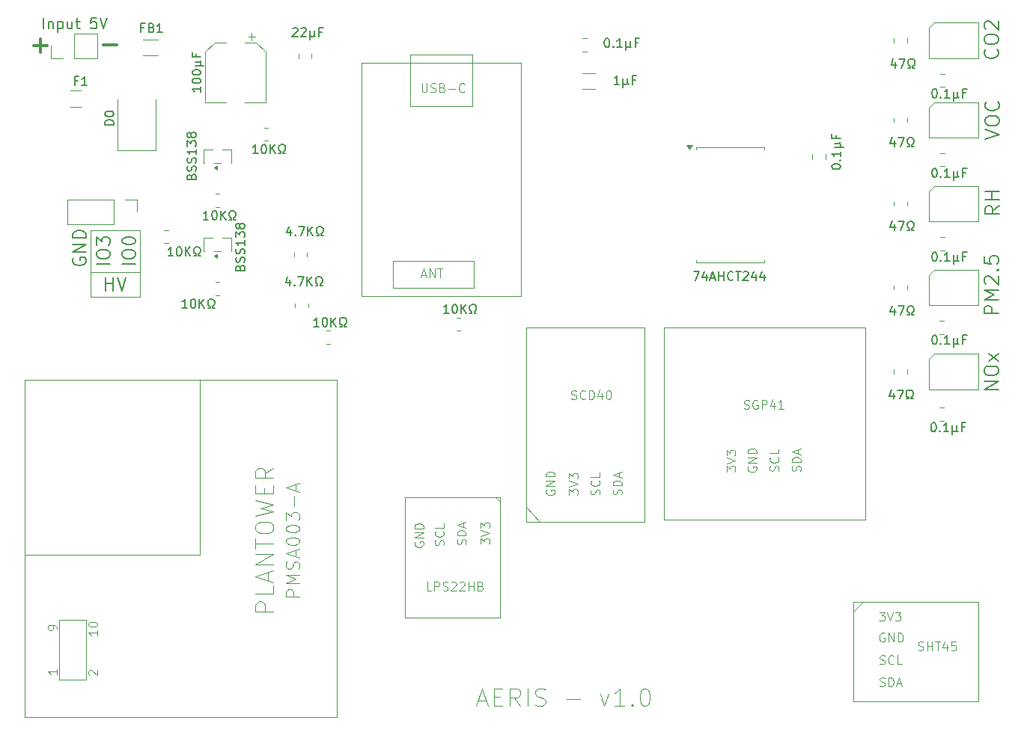
<source format=gto>
%TF.GenerationSoftware,KiCad,Pcbnew,9.0.5*%
%TF.CreationDate,2025-11-19T18:58:22+01:00*%
%TF.ProjectId,aeris,61657269-732e-46b6-9963-61645f706362,rev?*%
%TF.SameCoordinates,Original*%
%TF.FileFunction,Legend,Top*%
%TF.FilePolarity,Positive*%
%FSLAX46Y46*%
G04 Gerber Fmt 4.6, Leading zero omitted, Abs format (unit mm)*
G04 Created by KiCad (PCBNEW 9.0.5) date 2025-11-19 18:58:22*
%MOMM*%
%LPD*%
G01*
G04 APERTURE LIST*
%ADD10C,0.150000*%
%ADD11C,0.100000*%
%ADD12C,0.300000*%
%ADD13C,0.200000*%
%ADD14C,0.120000*%
G04 APERTURE END LIST*
D10*
X56460588Y-51669819D02*
X55889160Y-51669819D01*
X56174874Y-51669819D02*
X56174874Y-50669819D01*
X56174874Y-50669819D02*
X56079636Y-50812676D01*
X56079636Y-50812676D02*
X55984398Y-50907914D01*
X55984398Y-50907914D02*
X55889160Y-50955533D01*
X57079636Y-50669819D02*
X57174874Y-50669819D01*
X57174874Y-50669819D02*
X57270112Y-50717438D01*
X57270112Y-50717438D02*
X57317731Y-50765057D01*
X57317731Y-50765057D02*
X57365350Y-50860295D01*
X57365350Y-50860295D02*
X57412969Y-51050771D01*
X57412969Y-51050771D02*
X57412969Y-51288866D01*
X57412969Y-51288866D02*
X57365350Y-51479342D01*
X57365350Y-51479342D02*
X57317731Y-51574580D01*
X57317731Y-51574580D02*
X57270112Y-51622200D01*
X57270112Y-51622200D02*
X57174874Y-51669819D01*
X57174874Y-51669819D02*
X57079636Y-51669819D01*
X57079636Y-51669819D02*
X56984398Y-51622200D01*
X56984398Y-51622200D02*
X56936779Y-51574580D01*
X56936779Y-51574580D02*
X56889160Y-51479342D01*
X56889160Y-51479342D02*
X56841541Y-51288866D01*
X56841541Y-51288866D02*
X56841541Y-51050771D01*
X56841541Y-51050771D02*
X56889160Y-50860295D01*
X56889160Y-50860295D02*
X56936779Y-50765057D01*
X56936779Y-50765057D02*
X56984398Y-50717438D01*
X56984398Y-50717438D02*
X57079636Y-50669819D01*
X57841541Y-51669819D02*
X57841541Y-50669819D01*
X58412969Y-51669819D02*
X57984398Y-51098390D01*
X58412969Y-50669819D02*
X57841541Y-51241247D01*
X58793922Y-51669819D02*
X59032017Y-51669819D01*
X59032017Y-51669819D02*
X59032017Y-51479342D01*
X59032017Y-51479342D02*
X58936779Y-51431723D01*
X58936779Y-51431723D02*
X58841541Y-51336485D01*
X58841541Y-51336485D02*
X58793922Y-51193628D01*
X58793922Y-51193628D02*
X58793922Y-50955533D01*
X58793922Y-50955533D02*
X58841541Y-50812676D01*
X58841541Y-50812676D02*
X58936779Y-50717438D01*
X58936779Y-50717438D02*
X59079636Y-50669819D01*
X59079636Y-50669819D02*
X59270112Y-50669819D01*
X59270112Y-50669819D02*
X59412969Y-50717438D01*
X59412969Y-50717438D02*
X59508207Y-50812676D01*
X59508207Y-50812676D02*
X59555826Y-50955533D01*
X59555826Y-50955533D02*
X59555826Y-51193628D01*
X59555826Y-51193628D02*
X59508207Y-51336485D01*
X59508207Y-51336485D02*
X59412969Y-51431723D01*
X59412969Y-51431723D02*
X59317731Y-51479342D01*
X59317731Y-51479342D02*
X59317731Y-51669819D01*
X59317731Y-51669819D02*
X59555826Y-51669819D01*
X52460588Y-55769819D02*
X51889160Y-55769819D01*
X52174874Y-55769819D02*
X52174874Y-54769819D01*
X52174874Y-54769819D02*
X52079636Y-54912676D01*
X52079636Y-54912676D02*
X51984398Y-55007914D01*
X51984398Y-55007914D02*
X51889160Y-55055533D01*
X53079636Y-54769819D02*
X53174874Y-54769819D01*
X53174874Y-54769819D02*
X53270112Y-54817438D01*
X53270112Y-54817438D02*
X53317731Y-54865057D01*
X53317731Y-54865057D02*
X53365350Y-54960295D01*
X53365350Y-54960295D02*
X53412969Y-55150771D01*
X53412969Y-55150771D02*
X53412969Y-55388866D01*
X53412969Y-55388866D02*
X53365350Y-55579342D01*
X53365350Y-55579342D02*
X53317731Y-55674580D01*
X53317731Y-55674580D02*
X53270112Y-55722200D01*
X53270112Y-55722200D02*
X53174874Y-55769819D01*
X53174874Y-55769819D02*
X53079636Y-55769819D01*
X53079636Y-55769819D02*
X52984398Y-55722200D01*
X52984398Y-55722200D02*
X52936779Y-55674580D01*
X52936779Y-55674580D02*
X52889160Y-55579342D01*
X52889160Y-55579342D02*
X52841541Y-55388866D01*
X52841541Y-55388866D02*
X52841541Y-55150771D01*
X52841541Y-55150771D02*
X52889160Y-54960295D01*
X52889160Y-54960295D02*
X52936779Y-54865057D01*
X52936779Y-54865057D02*
X52984398Y-54817438D01*
X52984398Y-54817438D02*
X53079636Y-54769819D01*
X53841541Y-55769819D02*
X53841541Y-54769819D01*
X54412969Y-55769819D02*
X53984398Y-55198390D01*
X54412969Y-54769819D02*
X53841541Y-55341247D01*
X54793922Y-55769819D02*
X55032017Y-55769819D01*
X55032017Y-55769819D02*
X55032017Y-55579342D01*
X55032017Y-55579342D02*
X54936779Y-55531723D01*
X54936779Y-55531723D02*
X54841541Y-55436485D01*
X54841541Y-55436485D02*
X54793922Y-55293628D01*
X54793922Y-55293628D02*
X54793922Y-55055533D01*
X54793922Y-55055533D02*
X54841541Y-54912676D01*
X54841541Y-54912676D02*
X54936779Y-54817438D01*
X54936779Y-54817438D02*
X55079636Y-54769819D01*
X55079636Y-54769819D02*
X55270112Y-54769819D01*
X55270112Y-54769819D02*
X55412969Y-54817438D01*
X55412969Y-54817438D02*
X55508207Y-54912676D01*
X55508207Y-54912676D02*
X55555826Y-55055533D01*
X55555826Y-55055533D02*
X55555826Y-55293628D01*
X55555826Y-55293628D02*
X55508207Y-55436485D01*
X55508207Y-55436485D02*
X55412969Y-55531723D01*
X55412969Y-55531723D02*
X55317731Y-55579342D01*
X55317731Y-55579342D02*
X55317731Y-55769819D01*
X55317731Y-55769819D02*
X55555826Y-55769819D01*
X62060588Y-44169819D02*
X61489160Y-44169819D01*
X61774874Y-44169819D02*
X61774874Y-43169819D01*
X61774874Y-43169819D02*
X61679636Y-43312676D01*
X61679636Y-43312676D02*
X61584398Y-43407914D01*
X61584398Y-43407914D02*
X61489160Y-43455533D01*
X62679636Y-43169819D02*
X62774874Y-43169819D01*
X62774874Y-43169819D02*
X62870112Y-43217438D01*
X62870112Y-43217438D02*
X62917731Y-43265057D01*
X62917731Y-43265057D02*
X62965350Y-43360295D01*
X62965350Y-43360295D02*
X63012969Y-43550771D01*
X63012969Y-43550771D02*
X63012969Y-43788866D01*
X63012969Y-43788866D02*
X62965350Y-43979342D01*
X62965350Y-43979342D02*
X62917731Y-44074580D01*
X62917731Y-44074580D02*
X62870112Y-44122200D01*
X62870112Y-44122200D02*
X62774874Y-44169819D01*
X62774874Y-44169819D02*
X62679636Y-44169819D01*
X62679636Y-44169819D02*
X62584398Y-44122200D01*
X62584398Y-44122200D02*
X62536779Y-44074580D01*
X62536779Y-44074580D02*
X62489160Y-43979342D01*
X62489160Y-43979342D02*
X62441541Y-43788866D01*
X62441541Y-43788866D02*
X62441541Y-43550771D01*
X62441541Y-43550771D02*
X62489160Y-43360295D01*
X62489160Y-43360295D02*
X62536779Y-43265057D01*
X62536779Y-43265057D02*
X62584398Y-43217438D01*
X62584398Y-43217438D02*
X62679636Y-43169819D01*
X63441541Y-44169819D02*
X63441541Y-43169819D01*
X64012969Y-44169819D02*
X63584398Y-43598390D01*
X64012969Y-43169819D02*
X63441541Y-43741247D01*
X64393922Y-44169819D02*
X64632017Y-44169819D01*
X64632017Y-44169819D02*
X64632017Y-43979342D01*
X64632017Y-43979342D02*
X64536779Y-43931723D01*
X64536779Y-43931723D02*
X64441541Y-43836485D01*
X64441541Y-43836485D02*
X64393922Y-43693628D01*
X64393922Y-43693628D02*
X64393922Y-43455533D01*
X64393922Y-43455533D02*
X64441541Y-43312676D01*
X64441541Y-43312676D02*
X64536779Y-43217438D01*
X64536779Y-43217438D02*
X64679636Y-43169819D01*
X64679636Y-43169819D02*
X64870112Y-43169819D01*
X64870112Y-43169819D02*
X65012969Y-43217438D01*
X65012969Y-43217438D02*
X65108207Y-43312676D01*
X65108207Y-43312676D02*
X65155826Y-43455533D01*
X65155826Y-43455533D02*
X65155826Y-43693628D01*
X65155826Y-43693628D02*
X65108207Y-43836485D01*
X65108207Y-43836485D02*
X65012969Y-43931723D01*
X65012969Y-43931723D02*
X64917731Y-43979342D01*
X64917731Y-43979342D02*
X64917731Y-44169819D01*
X64917731Y-44169819D02*
X65155826Y-44169819D01*
X54060588Y-61669819D02*
X53489160Y-61669819D01*
X53774874Y-61669819D02*
X53774874Y-60669819D01*
X53774874Y-60669819D02*
X53679636Y-60812676D01*
X53679636Y-60812676D02*
X53584398Y-60907914D01*
X53584398Y-60907914D02*
X53489160Y-60955533D01*
X54679636Y-60669819D02*
X54774874Y-60669819D01*
X54774874Y-60669819D02*
X54870112Y-60717438D01*
X54870112Y-60717438D02*
X54917731Y-60765057D01*
X54917731Y-60765057D02*
X54965350Y-60860295D01*
X54965350Y-60860295D02*
X55012969Y-61050771D01*
X55012969Y-61050771D02*
X55012969Y-61288866D01*
X55012969Y-61288866D02*
X54965350Y-61479342D01*
X54965350Y-61479342D02*
X54917731Y-61574580D01*
X54917731Y-61574580D02*
X54870112Y-61622200D01*
X54870112Y-61622200D02*
X54774874Y-61669819D01*
X54774874Y-61669819D02*
X54679636Y-61669819D01*
X54679636Y-61669819D02*
X54584398Y-61622200D01*
X54584398Y-61622200D02*
X54536779Y-61574580D01*
X54536779Y-61574580D02*
X54489160Y-61479342D01*
X54489160Y-61479342D02*
X54441541Y-61288866D01*
X54441541Y-61288866D02*
X54441541Y-61050771D01*
X54441541Y-61050771D02*
X54489160Y-60860295D01*
X54489160Y-60860295D02*
X54536779Y-60765057D01*
X54536779Y-60765057D02*
X54584398Y-60717438D01*
X54584398Y-60717438D02*
X54679636Y-60669819D01*
X55441541Y-61669819D02*
X55441541Y-60669819D01*
X56012969Y-61669819D02*
X55584398Y-61098390D01*
X56012969Y-60669819D02*
X55441541Y-61241247D01*
X56393922Y-61669819D02*
X56632017Y-61669819D01*
X56632017Y-61669819D02*
X56632017Y-61479342D01*
X56632017Y-61479342D02*
X56536779Y-61431723D01*
X56536779Y-61431723D02*
X56441541Y-61336485D01*
X56441541Y-61336485D02*
X56393922Y-61193628D01*
X56393922Y-61193628D02*
X56393922Y-60955533D01*
X56393922Y-60955533D02*
X56441541Y-60812676D01*
X56441541Y-60812676D02*
X56536779Y-60717438D01*
X56536779Y-60717438D02*
X56679636Y-60669819D01*
X56679636Y-60669819D02*
X56870112Y-60669819D01*
X56870112Y-60669819D02*
X57012969Y-60717438D01*
X57012969Y-60717438D02*
X57108207Y-60812676D01*
X57108207Y-60812676D02*
X57155826Y-60955533D01*
X57155826Y-60955533D02*
X57155826Y-61193628D01*
X57155826Y-61193628D02*
X57108207Y-61336485D01*
X57108207Y-61336485D02*
X57012969Y-61431723D01*
X57012969Y-61431723D02*
X56917731Y-61479342D01*
X56917731Y-61479342D02*
X56917731Y-61669819D01*
X56917731Y-61669819D02*
X57155826Y-61669819D01*
X65765350Y-52803152D02*
X65765350Y-53469819D01*
X65527255Y-52422200D02*
X65289160Y-53136485D01*
X65289160Y-53136485D02*
X65908207Y-53136485D01*
X66289160Y-53374580D02*
X66336779Y-53422200D01*
X66336779Y-53422200D02*
X66289160Y-53469819D01*
X66289160Y-53469819D02*
X66241541Y-53422200D01*
X66241541Y-53422200D02*
X66289160Y-53374580D01*
X66289160Y-53374580D02*
X66289160Y-53469819D01*
X66670112Y-52469819D02*
X67336778Y-52469819D01*
X67336778Y-52469819D02*
X66908207Y-53469819D01*
X67717731Y-53469819D02*
X67717731Y-52469819D01*
X68289159Y-53469819D02*
X67860588Y-52898390D01*
X68289159Y-52469819D02*
X67717731Y-53041247D01*
X68670112Y-53469819D02*
X68908207Y-53469819D01*
X68908207Y-53469819D02*
X68908207Y-53279342D01*
X68908207Y-53279342D02*
X68812969Y-53231723D01*
X68812969Y-53231723D02*
X68717731Y-53136485D01*
X68717731Y-53136485D02*
X68670112Y-52993628D01*
X68670112Y-52993628D02*
X68670112Y-52755533D01*
X68670112Y-52755533D02*
X68717731Y-52612676D01*
X68717731Y-52612676D02*
X68812969Y-52517438D01*
X68812969Y-52517438D02*
X68955826Y-52469819D01*
X68955826Y-52469819D02*
X69146302Y-52469819D01*
X69146302Y-52469819D02*
X69289159Y-52517438D01*
X69289159Y-52517438D02*
X69384397Y-52612676D01*
X69384397Y-52612676D02*
X69432016Y-52755533D01*
X69432016Y-52755533D02*
X69432016Y-52993628D01*
X69432016Y-52993628D02*
X69384397Y-53136485D01*
X69384397Y-53136485D02*
X69289159Y-53231723D01*
X69289159Y-53231723D02*
X69193921Y-53279342D01*
X69193921Y-53279342D02*
X69193921Y-53469819D01*
X69193921Y-53469819D02*
X69432016Y-53469819D01*
X65665350Y-58503152D02*
X65665350Y-59169819D01*
X65427255Y-58122200D02*
X65189160Y-58836485D01*
X65189160Y-58836485D02*
X65808207Y-58836485D01*
X66189160Y-59074580D02*
X66236779Y-59122200D01*
X66236779Y-59122200D02*
X66189160Y-59169819D01*
X66189160Y-59169819D02*
X66141541Y-59122200D01*
X66141541Y-59122200D02*
X66189160Y-59074580D01*
X66189160Y-59074580D02*
X66189160Y-59169819D01*
X66570112Y-58169819D02*
X67236778Y-58169819D01*
X67236778Y-58169819D02*
X66808207Y-59169819D01*
X67617731Y-59169819D02*
X67617731Y-58169819D01*
X68189159Y-59169819D02*
X67760588Y-58598390D01*
X68189159Y-58169819D02*
X67617731Y-58741247D01*
X68570112Y-59169819D02*
X68808207Y-59169819D01*
X68808207Y-59169819D02*
X68808207Y-58979342D01*
X68808207Y-58979342D02*
X68712969Y-58931723D01*
X68712969Y-58931723D02*
X68617731Y-58836485D01*
X68617731Y-58836485D02*
X68570112Y-58693628D01*
X68570112Y-58693628D02*
X68570112Y-58455533D01*
X68570112Y-58455533D02*
X68617731Y-58312676D01*
X68617731Y-58312676D02*
X68712969Y-58217438D01*
X68712969Y-58217438D02*
X68855826Y-58169819D01*
X68855826Y-58169819D02*
X69046302Y-58169819D01*
X69046302Y-58169819D02*
X69189159Y-58217438D01*
X69189159Y-58217438D02*
X69284397Y-58312676D01*
X69284397Y-58312676D02*
X69332016Y-58455533D01*
X69332016Y-58455533D02*
X69332016Y-58693628D01*
X69332016Y-58693628D02*
X69284397Y-58836485D01*
X69284397Y-58836485D02*
X69189159Y-58931723D01*
X69189159Y-58931723D02*
X69093921Y-58979342D01*
X69093921Y-58979342D02*
X69093921Y-59169819D01*
X69093921Y-59169819D02*
X69332016Y-59169819D01*
X68960588Y-63769819D02*
X68389160Y-63769819D01*
X68674874Y-63769819D02*
X68674874Y-62769819D01*
X68674874Y-62769819D02*
X68579636Y-62912676D01*
X68579636Y-62912676D02*
X68484398Y-63007914D01*
X68484398Y-63007914D02*
X68389160Y-63055533D01*
X69579636Y-62769819D02*
X69674874Y-62769819D01*
X69674874Y-62769819D02*
X69770112Y-62817438D01*
X69770112Y-62817438D02*
X69817731Y-62865057D01*
X69817731Y-62865057D02*
X69865350Y-62960295D01*
X69865350Y-62960295D02*
X69912969Y-63150771D01*
X69912969Y-63150771D02*
X69912969Y-63388866D01*
X69912969Y-63388866D02*
X69865350Y-63579342D01*
X69865350Y-63579342D02*
X69817731Y-63674580D01*
X69817731Y-63674580D02*
X69770112Y-63722200D01*
X69770112Y-63722200D02*
X69674874Y-63769819D01*
X69674874Y-63769819D02*
X69579636Y-63769819D01*
X69579636Y-63769819D02*
X69484398Y-63722200D01*
X69484398Y-63722200D02*
X69436779Y-63674580D01*
X69436779Y-63674580D02*
X69389160Y-63579342D01*
X69389160Y-63579342D02*
X69341541Y-63388866D01*
X69341541Y-63388866D02*
X69341541Y-63150771D01*
X69341541Y-63150771D02*
X69389160Y-62960295D01*
X69389160Y-62960295D02*
X69436779Y-62865057D01*
X69436779Y-62865057D02*
X69484398Y-62817438D01*
X69484398Y-62817438D02*
X69579636Y-62769819D01*
X70341541Y-63769819D02*
X70341541Y-62769819D01*
X70912969Y-63769819D02*
X70484398Y-63198390D01*
X70912969Y-62769819D02*
X70341541Y-63341247D01*
X71293922Y-63769819D02*
X71532017Y-63769819D01*
X71532017Y-63769819D02*
X71532017Y-63579342D01*
X71532017Y-63579342D02*
X71436779Y-63531723D01*
X71436779Y-63531723D02*
X71341541Y-63436485D01*
X71341541Y-63436485D02*
X71293922Y-63293628D01*
X71293922Y-63293628D02*
X71293922Y-63055533D01*
X71293922Y-63055533D02*
X71341541Y-62912676D01*
X71341541Y-62912676D02*
X71436779Y-62817438D01*
X71436779Y-62817438D02*
X71579636Y-62769819D01*
X71579636Y-62769819D02*
X71770112Y-62769819D01*
X71770112Y-62769819D02*
X71912969Y-62817438D01*
X71912969Y-62817438D02*
X72008207Y-62912676D01*
X72008207Y-62912676D02*
X72055826Y-63055533D01*
X72055826Y-63055533D02*
X72055826Y-63293628D01*
X72055826Y-63293628D02*
X72008207Y-63436485D01*
X72008207Y-63436485D02*
X71912969Y-63531723D01*
X71912969Y-63531723D02*
X71817731Y-63579342D01*
X71817731Y-63579342D02*
X71817731Y-63769819D01*
X71817731Y-63769819D02*
X72055826Y-63769819D01*
X83660588Y-62269819D02*
X83089160Y-62269819D01*
X83374874Y-62269819D02*
X83374874Y-61269819D01*
X83374874Y-61269819D02*
X83279636Y-61412676D01*
X83279636Y-61412676D02*
X83184398Y-61507914D01*
X83184398Y-61507914D02*
X83089160Y-61555533D01*
X84279636Y-61269819D02*
X84374874Y-61269819D01*
X84374874Y-61269819D02*
X84470112Y-61317438D01*
X84470112Y-61317438D02*
X84517731Y-61365057D01*
X84517731Y-61365057D02*
X84565350Y-61460295D01*
X84565350Y-61460295D02*
X84612969Y-61650771D01*
X84612969Y-61650771D02*
X84612969Y-61888866D01*
X84612969Y-61888866D02*
X84565350Y-62079342D01*
X84565350Y-62079342D02*
X84517731Y-62174580D01*
X84517731Y-62174580D02*
X84470112Y-62222200D01*
X84470112Y-62222200D02*
X84374874Y-62269819D01*
X84374874Y-62269819D02*
X84279636Y-62269819D01*
X84279636Y-62269819D02*
X84184398Y-62222200D01*
X84184398Y-62222200D02*
X84136779Y-62174580D01*
X84136779Y-62174580D02*
X84089160Y-62079342D01*
X84089160Y-62079342D02*
X84041541Y-61888866D01*
X84041541Y-61888866D02*
X84041541Y-61650771D01*
X84041541Y-61650771D02*
X84089160Y-61460295D01*
X84089160Y-61460295D02*
X84136779Y-61365057D01*
X84136779Y-61365057D02*
X84184398Y-61317438D01*
X84184398Y-61317438D02*
X84279636Y-61269819D01*
X85041541Y-62269819D02*
X85041541Y-61269819D01*
X85612969Y-62269819D02*
X85184398Y-61698390D01*
X85612969Y-61269819D02*
X85041541Y-61841247D01*
X85993922Y-62269819D02*
X86232017Y-62269819D01*
X86232017Y-62269819D02*
X86232017Y-62079342D01*
X86232017Y-62079342D02*
X86136779Y-62031723D01*
X86136779Y-62031723D02*
X86041541Y-61936485D01*
X86041541Y-61936485D02*
X85993922Y-61793628D01*
X85993922Y-61793628D02*
X85993922Y-61555533D01*
X85993922Y-61555533D02*
X86041541Y-61412676D01*
X86041541Y-61412676D02*
X86136779Y-61317438D01*
X86136779Y-61317438D02*
X86279636Y-61269819D01*
X86279636Y-61269819D02*
X86470112Y-61269819D01*
X86470112Y-61269819D02*
X86612969Y-61317438D01*
X86612969Y-61317438D02*
X86708207Y-61412676D01*
X86708207Y-61412676D02*
X86755826Y-61555533D01*
X86755826Y-61555533D02*
X86755826Y-61793628D01*
X86755826Y-61793628D02*
X86708207Y-61936485D01*
X86708207Y-61936485D02*
X86612969Y-62031723D01*
X86612969Y-62031723D02*
X86517731Y-62079342D01*
X86517731Y-62079342D02*
X86517731Y-62269819D01*
X86517731Y-62269819D02*
X86755826Y-62269819D01*
X145644009Y-32406077D02*
X145720200Y-32482268D01*
X145720200Y-32482268D02*
X145796390Y-32710839D01*
X145796390Y-32710839D02*
X145796390Y-32863220D01*
X145796390Y-32863220D02*
X145720200Y-33091792D01*
X145720200Y-33091792D02*
X145567819Y-33244173D01*
X145567819Y-33244173D02*
X145415438Y-33320363D01*
X145415438Y-33320363D02*
X145110676Y-33396554D01*
X145110676Y-33396554D02*
X144882104Y-33396554D01*
X144882104Y-33396554D02*
X144577342Y-33320363D01*
X144577342Y-33320363D02*
X144424961Y-33244173D01*
X144424961Y-33244173D02*
X144272580Y-33091792D01*
X144272580Y-33091792D02*
X144196390Y-32863220D01*
X144196390Y-32863220D02*
X144196390Y-32710839D01*
X144196390Y-32710839D02*
X144272580Y-32482268D01*
X144272580Y-32482268D02*
X144348771Y-32406077D01*
X144196390Y-31415601D02*
X144196390Y-31110839D01*
X144196390Y-31110839D02*
X144272580Y-30958458D01*
X144272580Y-30958458D02*
X144424961Y-30806077D01*
X144424961Y-30806077D02*
X144729723Y-30729887D01*
X144729723Y-30729887D02*
X145263057Y-30729887D01*
X145263057Y-30729887D02*
X145567819Y-30806077D01*
X145567819Y-30806077D02*
X145720200Y-30958458D01*
X145720200Y-30958458D02*
X145796390Y-31110839D01*
X145796390Y-31110839D02*
X145796390Y-31415601D01*
X145796390Y-31415601D02*
X145720200Y-31567982D01*
X145720200Y-31567982D02*
X145567819Y-31720363D01*
X145567819Y-31720363D02*
X145263057Y-31796554D01*
X145263057Y-31796554D02*
X144729723Y-31796554D01*
X144729723Y-31796554D02*
X144424961Y-31720363D01*
X144424961Y-31720363D02*
X144272580Y-31567982D01*
X144272580Y-31567982D02*
X144196390Y-31415601D01*
X144348771Y-30120364D02*
X144272580Y-30044173D01*
X144272580Y-30044173D02*
X144196390Y-29891792D01*
X144196390Y-29891792D02*
X144196390Y-29510840D01*
X144196390Y-29510840D02*
X144272580Y-29358459D01*
X144272580Y-29358459D02*
X144348771Y-29282268D01*
X144348771Y-29282268D02*
X144501152Y-29206078D01*
X144501152Y-29206078D02*
X144653533Y-29206078D01*
X144653533Y-29206078D02*
X144882104Y-29282268D01*
X144882104Y-29282268D02*
X145796390Y-30196554D01*
X145796390Y-30196554D02*
X145796390Y-29206078D01*
X145796390Y-70920363D02*
X144196390Y-70920363D01*
X144196390Y-70920363D02*
X145796390Y-70006077D01*
X145796390Y-70006077D02*
X144196390Y-70006077D01*
X144196390Y-68939411D02*
X144196390Y-68634649D01*
X144196390Y-68634649D02*
X144272580Y-68482268D01*
X144272580Y-68482268D02*
X144424961Y-68329887D01*
X144424961Y-68329887D02*
X144729723Y-68253697D01*
X144729723Y-68253697D02*
X145263057Y-68253697D01*
X145263057Y-68253697D02*
X145567819Y-68329887D01*
X145567819Y-68329887D02*
X145720200Y-68482268D01*
X145720200Y-68482268D02*
X145796390Y-68634649D01*
X145796390Y-68634649D02*
X145796390Y-68939411D01*
X145796390Y-68939411D02*
X145720200Y-69091792D01*
X145720200Y-69091792D02*
X145567819Y-69244173D01*
X145567819Y-69244173D02*
X145263057Y-69320364D01*
X145263057Y-69320364D02*
X144729723Y-69320364D01*
X144729723Y-69320364D02*
X144424961Y-69244173D01*
X144424961Y-69244173D02*
X144272580Y-69091792D01*
X144272580Y-69091792D02*
X144196390Y-68939411D01*
X145796390Y-67720364D02*
X144729723Y-66882269D01*
X144729723Y-67720364D02*
X145796390Y-66882269D01*
X145796390Y-62320363D02*
X144196390Y-62320363D01*
X144196390Y-62320363D02*
X144196390Y-61710839D01*
X144196390Y-61710839D02*
X144272580Y-61558458D01*
X144272580Y-61558458D02*
X144348771Y-61482268D01*
X144348771Y-61482268D02*
X144501152Y-61406077D01*
X144501152Y-61406077D02*
X144729723Y-61406077D01*
X144729723Y-61406077D02*
X144882104Y-61482268D01*
X144882104Y-61482268D02*
X144958295Y-61558458D01*
X144958295Y-61558458D02*
X145034485Y-61710839D01*
X145034485Y-61710839D02*
X145034485Y-62320363D01*
X145796390Y-60720363D02*
X144196390Y-60720363D01*
X144196390Y-60720363D02*
X145339247Y-60187030D01*
X145339247Y-60187030D02*
X144196390Y-59653696D01*
X144196390Y-59653696D02*
X145796390Y-59653696D01*
X144348771Y-58967983D02*
X144272580Y-58891792D01*
X144272580Y-58891792D02*
X144196390Y-58739411D01*
X144196390Y-58739411D02*
X144196390Y-58358459D01*
X144196390Y-58358459D02*
X144272580Y-58206078D01*
X144272580Y-58206078D02*
X144348771Y-58129887D01*
X144348771Y-58129887D02*
X144501152Y-58053697D01*
X144501152Y-58053697D02*
X144653533Y-58053697D01*
X144653533Y-58053697D02*
X144882104Y-58129887D01*
X144882104Y-58129887D02*
X145796390Y-59044173D01*
X145796390Y-59044173D02*
X145796390Y-58053697D01*
X145644009Y-57367982D02*
X145720200Y-57291792D01*
X145720200Y-57291792D02*
X145796390Y-57367982D01*
X145796390Y-57367982D02*
X145720200Y-57444173D01*
X145720200Y-57444173D02*
X145644009Y-57367982D01*
X145644009Y-57367982D02*
X145796390Y-57367982D01*
X144196390Y-55844172D02*
X144196390Y-56606077D01*
X144196390Y-56606077D02*
X144958295Y-56682268D01*
X144958295Y-56682268D02*
X144882104Y-56606077D01*
X144882104Y-56606077D02*
X144805914Y-56453696D01*
X144805914Y-56453696D02*
X144805914Y-56072744D01*
X144805914Y-56072744D02*
X144882104Y-55920363D01*
X144882104Y-55920363D02*
X144958295Y-55844172D01*
X144958295Y-55844172D02*
X145110676Y-55767982D01*
X145110676Y-55767982D02*
X145491628Y-55767982D01*
X145491628Y-55767982D02*
X145644009Y-55844172D01*
X145644009Y-55844172D02*
X145720200Y-55920363D01*
X145720200Y-55920363D02*
X145796390Y-56072744D01*
X145796390Y-56072744D02*
X145796390Y-56453696D01*
X145796390Y-56453696D02*
X145720200Y-56606077D01*
X145720200Y-56606077D02*
X145644009Y-56682268D01*
X145896390Y-50106077D02*
X145134485Y-50639411D01*
X145896390Y-51020363D02*
X144296390Y-51020363D01*
X144296390Y-51020363D02*
X144296390Y-50410839D01*
X144296390Y-50410839D02*
X144372580Y-50258458D01*
X144372580Y-50258458D02*
X144448771Y-50182268D01*
X144448771Y-50182268D02*
X144601152Y-50106077D01*
X144601152Y-50106077D02*
X144829723Y-50106077D01*
X144829723Y-50106077D02*
X144982104Y-50182268D01*
X144982104Y-50182268D02*
X145058295Y-50258458D01*
X145058295Y-50258458D02*
X145134485Y-50410839D01*
X145134485Y-50410839D02*
X145134485Y-51020363D01*
X145896390Y-49420363D02*
X144296390Y-49420363D01*
X145058295Y-49420363D02*
X145058295Y-48506077D01*
X145896390Y-48506077D02*
X144296390Y-48506077D01*
X144296390Y-42548935D02*
X145896390Y-42015601D01*
X145896390Y-42015601D02*
X144296390Y-41482268D01*
X144296390Y-40644172D02*
X144296390Y-40339410D01*
X144296390Y-40339410D02*
X144372580Y-40187029D01*
X144372580Y-40187029D02*
X144524961Y-40034648D01*
X144524961Y-40034648D02*
X144829723Y-39958458D01*
X144829723Y-39958458D02*
X145363057Y-39958458D01*
X145363057Y-39958458D02*
X145667819Y-40034648D01*
X145667819Y-40034648D02*
X145820200Y-40187029D01*
X145820200Y-40187029D02*
X145896390Y-40339410D01*
X145896390Y-40339410D02*
X145896390Y-40644172D01*
X145896390Y-40644172D02*
X145820200Y-40796553D01*
X145820200Y-40796553D02*
X145667819Y-40948934D01*
X145667819Y-40948934D02*
X145363057Y-41025125D01*
X145363057Y-41025125D02*
X144829723Y-41025125D01*
X144829723Y-41025125D02*
X144524961Y-40948934D01*
X144524961Y-40948934D02*
X144372580Y-40796553D01*
X144372580Y-40796553D02*
X144296390Y-40644172D01*
X145744009Y-38358458D02*
X145820200Y-38434649D01*
X145820200Y-38434649D02*
X145896390Y-38663220D01*
X145896390Y-38663220D02*
X145896390Y-38815601D01*
X145896390Y-38815601D02*
X145820200Y-39044173D01*
X145820200Y-39044173D02*
X145667819Y-39196554D01*
X145667819Y-39196554D02*
X145515438Y-39272744D01*
X145515438Y-39272744D02*
X145210676Y-39348935D01*
X145210676Y-39348935D02*
X144982104Y-39348935D01*
X144982104Y-39348935D02*
X144677342Y-39272744D01*
X144677342Y-39272744D02*
X144524961Y-39196554D01*
X144524961Y-39196554D02*
X144372580Y-39044173D01*
X144372580Y-39044173D02*
X144296390Y-38815601D01*
X144296390Y-38815601D02*
X144296390Y-38663220D01*
X144296390Y-38663220D02*
X144372580Y-38434649D01*
X144372580Y-38434649D02*
X144448771Y-38358458D01*
X133965350Y-71303152D02*
X133965350Y-71969819D01*
X133727255Y-70922200D02*
X133489160Y-71636485D01*
X133489160Y-71636485D02*
X134108207Y-71636485D01*
X134393922Y-70969819D02*
X135060588Y-70969819D01*
X135060588Y-70969819D02*
X134632017Y-71969819D01*
X135393922Y-71969819D02*
X135632017Y-71969819D01*
X135632017Y-71969819D02*
X135632017Y-71779342D01*
X135632017Y-71779342D02*
X135536779Y-71731723D01*
X135536779Y-71731723D02*
X135441541Y-71636485D01*
X135441541Y-71636485D02*
X135393922Y-71493628D01*
X135393922Y-71493628D02*
X135393922Y-71255533D01*
X135393922Y-71255533D02*
X135441541Y-71112676D01*
X135441541Y-71112676D02*
X135536779Y-71017438D01*
X135536779Y-71017438D02*
X135679636Y-70969819D01*
X135679636Y-70969819D02*
X135870112Y-70969819D01*
X135870112Y-70969819D02*
X136012969Y-71017438D01*
X136012969Y-71017438D02*
X136108207Y-71112676D01*
X136108207Y-71112676D02*
X136155826Y-71255533D01*
X136155826Y-71255533D02*
X136155826Y-71493628D01*
X136155826Y-71493628D02*
X136108207Y-71636485D01*
X136108207Y-71636485D02*
X136012969Y-71731723D01*
X136012969Y-71731723D02*
X135917731Y-71779342D01*
X135917731Y-71779342D02*
X135917731Y-71969819D01*
X135917731Y-71969819D02*
X136155826Y-71969819D01*
X138427255Y-74669819D02*
X138522493Y-74669819D01*
X138522493Y-74669819D02*
X138617731Y-74717438D01*
X138617731Y-74717438D02*
X138665350Y-74765057D01*
X138665350Y-74765057D02*
X138712969Y-74860295D01*
X138712969Y-74860295D02*
X138760588Y-75050771D01*
X138760588Y-75050771D02*
X138760588Y-75288866D01*
X138760588Y-75288866D02*
X138712969Y-75479342D01*
X138712969Y-75479342D02*
X138665350Y-75574580D01*
X138665350Y-75574580D02*
X138617731Y-75622200D01*
X138617731Y-75622200D02*
X138522493Y-75669819D01*
X138522493Y-75669819D02*
X138427255Y-75669819D01*
X138427255Y-75669819D02*
X138332017Y-75622200D01*
X138332017Y-75622200D02*
X138284398Y-75574580D01*
X138284398Y-75574580D02*
X138236779Y-75479342D01*
X138236779Y-75479342D02*
X138189160Y-75288866D01*
X138189160Y-75288866D02*
X138189160Y-75050771D01*
X138189160Y-75050771D02*
X138236779Y-74860295D01*
X138236779Y-74860295D02*
X138284398Y-74765057D01*
X138284398Y-74765057D02*
X138332017Y-74717438D01*
X138332017Y-74717438D02*
X138427255Y-74669819D01*
X139189160Y-75574580D02*
X139236779Y-75622200D01*
X139236779Y-75622200D02*
X139189160Y-75669819D01*
X139189160Y-75669819D02*
X139141541Y-75622200D01*
X139141541Y-75622200D02*
X139189160Y-75574580D01*
X139189160Y-75574580D02*
X139189160Y-75669819D01*
X140189159Y-75669819D02*
X139617731Y-75669819D01*
X139903445Y-75669819D02*
X139903445Y-74669819D01*
X139903445Y-74669819D02*
X139808207Y-74812676D01*
X139808207Y-74812676D02*
X139712969Y-74907914D01*
X139712969Y-74907914D02*
X139617731Y-74955533D01*
X140617731Y-75003152D02*
X140617731Y-76003152D01*
X141093921Y-75526961D02*
X141141540Y-75622200D01*
X141141540Y-75622200D02*
X141236778Y-75669819D01*
X140617731Y-75526961D02*
X140665350Y-75622200D01*
X140665350Y-75622200D02*
X140760588Y-75669819D01*
X140760588Y-75669819D02*
X140951064Y-75669819D01*
X140951064Y-75669819D02*
X141046302Y-75622200D01*
X141046302Y-75622200D02*
X141093921Y-75526961D01*
X141093921Y-75526961D02*
X141093921Y-75003152D01*
X141998683Y-75146009D02*
X141665350Y-75146009D01*
X141665350Y-75669819D02*
X141665350Y-74669819D01*
X141665350Y-74669819D02*
X142141540Y-74669819D01*
X138527255Y-64769819D02*
X138622493Y-64769819D01*
X138622493Y-64769819D02*
X138717731Y-64817438D01*
X138717731Y-64817438D02*
X138765350Y-64865057D01*
X138765350Y-64865057D02*
X138812969Y-64960295D01*
X138812969Y-64960295D02*
X138860588Y-65150771D01*
X138860588Y-65150771D02*
X138860588Y-65388866D01*
X138860588Y-65388866D02*
X138812969Y-65579342D01*
X138812969Y-65579342D02*
X138765350Y-65674580D01*
X138765350Y-65674580D02*
X138717731Y-65722200D01*
X138717731Y-65722200D02*
X138622493Y-65769819D01*
X138622493Y-65769819D02*
X138527255Y-65769819D01*
X138527255Y-65769819D02*
X138432017Y-65722200D01*
X138432017Y-65722200D02*
X138384398Y-65674580D01*
X138384398Y-65674580D02*
X138336779Y-65579342D01*
X138336779Y-65579342D02*
X138289160Y-65388866D01*
X138289160Y-65388866D02*
X138289160Y-65150771D01*
X138289160Y-65150771D02*
X138336779Y-64960295D01*
X138336779Y-64960295D02*
X138384398Y-64865057D01*
X138384398Y-64865057D02*
X138432017Y-64817438D01*
X138432017Y-64817438D02*
X138527255Y-64769819D01*
X139289160Y-65674580D02*
X139336779Y-65722200D01*
X139336779Y-65722200D02*
X139289160Y-65769819D01*
X139289160Y-65769819D02*
X139241541Y-65722200D01*
X139241541Y-65722200D02*
X139289160Y-65674580D01*
X139289160Y-65674580D02*
X139289160Y-65769819D01*
X140289159Y-65769819D02*
X139717731Y-65769819D01*
X140003445Y-65769819D02*
X140003445Y-64769819D01*
X140003445Y-64769819D02*
X139908207Y-64912676D01*
X139908207Y-64912676D02*
X139812969Y-65007914D01*
X139812969Y-65007914D02*
X139717731Y-65055533D01*
X140717731Y-65103152D02*
X140717731Y-66103152D01*
X141193921Y-65626961D02*
X141241540Y-65722200D01*
X141241540Y-65722200D02*
X141336778Y-65769819D01*
X140717731Y-65626961D02*
X140765350Y-65722200D01*
X140765350Y-65722200D02*
X140860588Y-65769819D01*
X140860588Y-65769819D02*
X141051064Y-65769819D01*
X141051064Y-65769819D02*
X141146302Y-65722200D01*
X141146302Y-65722200D02*
X141193921Y-65626961D01*
X141193921Y-65626961D02*
X141193921Y-65103152D01*
X142098683Y-65246009D02*
X141765350Y-65246009D01*
X141765350Y-65769819D02*
X141765350Y-64769819D01*
X141765350Y-64769819D02*
X142241540Y-64769819D01*
X138527255Y-55369819D02*
X138622493Y-55369819D01*
X138622493Y-55369819D02*
X138717731Y-55417438D01*
X138717731Y-55417438D02*
X138765350Y-55465057D01*
X138765350Y-55465057D02*
X138812969Y-55560295D01*
X138812969Y-55560295D02*
X138860588Y-55750771D01*
X138860588Y-55750771D02*
X138860588Y-55988866D01*
X138860588Y-55988866D02*
X138812969Y-56179342D01*
X138812969Y-56179342D02*
X138765350Y-56274580D01*
X138765350Y-56274580D02*
X138717731Y-56322200D01*
X138717731Y-56322200D02*
X138622493Y-56369819D01*
X138622493Y-56369819D02*
X138527255Y-56369819D01*
X138527255Y-56369819D02*
X138432017Y-56322200D01*
X138432017Y-56322200D02*
X138384398Y-56274580D01*
X138384398Y-56274580D02*
X138336779Y-56179342D01*
X138336779Y-56179342D02*
X138289160Y-55988866D01*
X138289160Y-55988866D02*
X138289160Y-55750771D01*
X138289160Y-55750771D02*
X138336779Y-55560295D01*
X138336779Y-55560295D02*
X138384398Y-55465057D01*
X138384398Y-55465057D02*
X138432017Y-55417438D01*
X138432017Y-55417438D02*
X138527255Y-55369819D01*
X139289160Y-56274580D02*
X139336779Y-56322200D01*
X139336779Y-56322200D02*
X139289160Y-56369819D01*
X139289160Y-56369819D02*
X139241541Y-56322200D01*
X139241541Y-56322200D02*
X139289160Y-56274580D01*
X139289160Y-56274580D02*
X139289160Y-56369819D01*
X140289159Y-56369819D02*
X139717731Y-56369819D01*
X140003445Y-56369819D02*
X140003445Y-55369819D01*
X140003445Y-55369819D02*
X139908207Y-55512676D01*
X139908207Y-55512676D02*
X139812969Y-55607914D01*
X139812969Y-55607914D02*
X139717731Y-55655533D01*
X140717731Y-55703152D02*
X140717731Y-56703152D01*
X141193921Y-56226961D02*
X141241540Y-56322200D01*
X141241540Y-56322200D02*
X141336778Y-56369819D01*
X140717731Y-56226961D02*
X140765350Y-56322200D01*
X140765350Y-56322200D02*
X140860588Y-56369819D01*
X140860588Y-56369819D02*
X141051064Y-56369819D01*
X141051064Y-56369819D02*
X141146302Y-56322200D01*
X141146302Y-56322200D02*
X141193921Y-56226961D01*
X141193921Y-56226961D02*
X141193921Y-55703152D01*
X142098683Y-55846009D02*
X141765350Y-55846009D01*
X141765350Y-56369819D02*
X141765350Y-55369819D01*
X141765350Y-55369819D02*
X142241540Y-55369819D01*
X138527255Y-45869819D02*
X138622493Y-45869819D01*
X138622493Y-45869819D02*
X138717731Y-45917438D01*
X138717731Y-45917438D02*
X138765350Y-45965057D01*
X138765350Y-45965057D02*
X138812969Y-46060295D01*
X138812969Y-46060295D02*
X138860588Y-46250771D01*
X138860588Y-46250771D02*
X138860588Y-46488866D01*
X138860588Y-46488866D02*
X138812969Y-46679342D01*
X138812969Y-46679342D02*
X138765350Y-46774580D01*
X138765350Y-46774580D02*
X138717731Y-46822200D01*
X138717731Y-46822200D02*
X138622493Y-46869819D01*
X138622493Y-46869819D02*
X138527255Y-46869819D01*
X138527255Y-46869819D02*
X138432017Y-46822200D01*
X138432017Y-46822200D02*
X138384398Y-46774580D01*
X138384398Y-46774580D02*
X138336779Y-46679342D01*
X138336779Y-46679342D02*
X138289160Y-46488866D01*
X138289160Y-46488866D02*
X138289160Y-46250771D01*
X138289160Y-46250771D02*
X138336779Y-46060295D01*
X138336779Y-46060295D02*
X138384398Y-45965057D01*
X138384398Y-45965057D02*
X138432017Y-45917438D01*
X138432017Y-45917438D02*
X138527255Y-45869819D01*
X139289160Y-46774580D02*
X139336779Y-46822200D01*
X139336779Y-46822200D02*
X139289160Y-46869819D01*
X139289160Y-46869819D02*
X139241541Y-46822200D01*
X139241541Y-46822200D02*
X139289160Y-46774580D01*
X139289160Y-46774580D02*
X139289160Y-46869819D01*
X140289159Y-46869819D02*
X139717731Y-46869819D01*
X140003445Y-46869819D02*
X140003445Y-45869819D01*
X140003445Y-45869819D02*
X139908207Y-46012676D01*
X139908207Y-46012676D02*
X139812969Y-46107914D01*
X139812969Y-46107914D02*
X139717731Y-46155533D01*
X140717731Y-46203152D02*
X140717731Y-47203152D01*
X141193921Y-46726961D02*
X141241540Y-46822200D01*
X141241540Y-46822200D02*
X141336778Y-46869819D01*
X140717731Y-46726961D02*
X140765350Y-46822200D01*
X140765350Y-46822200D02*
X140860588Y-46869819D01*
X140860588Y-46869819D02*
X141051064Y-46869819D01*
X141051064Y-46869819D02*
X141146302Y-46822200D01*
X141146302Y-46822200D02*
X141193921Y-46726961D01*
X141193921Y-46726961D02*
X141193921Y-46203152D01*
X142098683Y-46346009D02*
X141765350Y-46346009D01*
X141765350Y-46869819D02*
X141765350Y-45869819D01*
X141765350Y-45869819D02*
X142241540Y-45869819D01*
X138527255Y-36869819D02*
X138622493Y-36869819D01*
X138622493Y-36869819D02*
X138717731Y-36917438D01*
X138717731Y-36917438D02*
X138765350Y-36965057D01*
X138765350Y-36965057D02*
X138812969Y-37060295D01*
X138812969Y-37060295D02*
X138860588Y-37250771D01*
X138860588Y-37250771D02*
X138860588Y-37488866D01*
X138860588Y-37488866D02*
X138812969Y-37679342D01*
X138812969Y-37679342D02*
X138765350Y-37774580D01*
X138765350Y-37774580D02*
X138717731Y-37822200D01*
X138717731Y-37822200D02*
X138622493Y-37869819D01*
X138622493Y-37869819D02*
X138527255Y-37869819D01*
X138527255Y-37869819D02*
X138432017Y-37822200D01*
X138432017Y-37822200D02*
X138384398Y-37774580D01*
X138384398Y-37774580D02*
X138336779Y-37679342D01*
X138336779Y-37679342D02*
X138289160Y-37488866D01*
X138289160Y-37488866D02*
X138289160Y-37250771D01*
X138289160Y-37250771D02*
X138336779Y-37060295D01*
X138336779Y-37060295D02*
X138384398Y-36965057D01*
X138384398Y-36965057D02*
X138432017Y-36917438D01*
X138432017Y-36917438D02*
X138527255Y-36869819D01*
X139289160Y-37774580D02*
X139336779Y-37822200D01*
X139336779Y-37822200D02*
X139289160Y-37869819D01*
X139289160Y-37869819D02*
X139241541Y-37822200D01*
X139241541Y-37822200D02*
X139289160Y-37774580D01*
X139289160Y-37774580D02*
X139289160Y-37869819D01*
X140289159Y-37869819D02*
X139717731Y-37869819D01*
X140003445Y-37869819D02*
X140003445Y-36869819D01*
X140003445Y-36869819D02*
X139908207Y-37012676D01*
X139908207Y-37012676D02*
X139812969Y-37107914D01*
X139812969Y-37107914D02*
X139717731Y-37155533D01*
X140717731Y-37203152D02*
X140717731Y-38203152D01*
X141193921Y-37726961D02*
X141241540Y-37822200D01*
X141241540Y-37822200D02*
X141336778Y-37869819D01*
X140717731Y-37726961D02*
X140765350Y-37822200D01*
X140765350Y-37822200D02*
X140860588Y-37869819D01*
X140860588Y-37869819D02*
X141051064Y-37869819D01*
X141051064Y-37869819D02*
X141146302Y-37822200D01*
X141146302Y-37822200D02*
X141193921Y-37726961D01*
X141193921Y-37726961D02*
X141193921Y-37203152D01*
X142098683Y-37346009D02*
X141765350Y-37346009D01*
X141765350Y-37869819D02*
X141765350Y-36869819D01*
X141765350Y-36869819D02*
X142241540Y-36869819D01*
X134065350Y-61803152D02*
X134065350Y-62469819D01*
X133827255Y-61422200D02*
X133589160Y-62136485D01*
X133589160Y-62136485D02*
X134208207Y-62136485D01*
X134493922Y-61469819D02*
X135160588Y-61469819D01*
X135160588Y-61469819D02*
X134732017Y-62469819D01*
X135493922Y-62469819D02*
X135732017Y-62469819D01*
X135732017Y-62469819D02*
X135732017Y-62279342D01*
X135732017Y-62279342D02*
X135636779Y-62231723D01*
X135636779Y-62231723D02*
X135541541Y-62136485D01*
X135541541Y-62136485D02*
X135493922Y-61993628D01*
X135493922Y-61993628D02*
X135493922Y-61755533D01*
X135493922Y-61755533D02*
X135541541Y-61612676D01*
X135541541Y-61612676D02*
X135636779Y-61517438D01*
X135636779Y-61517438D02*
X135779636Y-61469819D01*
X135779636Y-61469819D02*
X135970112Y-61469819D01*
X135970112Y-61469819D02*
X136112969Y-61517438D01*
X136112969Y-61517438D02*
X136208207Y-61612676D01*
X136208207Y-61612676D02*
X136255826Y-61755533D01*
X136255826Y-61755533D02*
X136255826Y-61993628D01*
X136255826Y-61993628D02*
X136208207Y-62136485D01*
X136208207Y-62136485D02*
X136112969Y-62231723D01*
X136112969Y-62231723D02*
X136017731Y-62279342D01*
X136017731Y-62279342D02*
X136017731Y-62469819D01*
X136017731Y-62469819D02*
X136255826Y-62469819D01*
X134065350Y-52203152D02*
X134065350Y-52869819D01*
X133827255Y-51822200D02*
X133589160Y-52536485D01*
X133589160Y-52536485D02*
X134208207Y-52536485D01*
X134493922Y-51869819D02*
X135160588Y-51869819D01*
X135160588Y-51869819D02*
X134732017Y-52869819D01*
X135493922Y-52869819D02*
X135732017Y-52869819D01*
X135732017Y-52869819D02*
X135732017Y-52679342D01*
X135732017Y-52679342D02*
X135636779Y-52631723D01*
X135636779Y-52631723D02*
X135541541Y-52536485D01*
X135541541Y-52536485D02*
X135493922Y-52393628D01*
X135493922Y-52393628D02*
X135493922Y-52155533D01*
X135493922Y-52155533D02*
X135541541Y-52012676D01*
X135541541Y-52012676D02*
X135636779Y-51917438D01*
X135636779Y-51917438D02*
X135779636Y-51869819D01*
X135779636Y-51869819D02*
X135970112Y-51869819D01*
X135970112Y-51869819D02*
X136112969Y-51917438D01*
X136112969Y-51917438D02*
X136208207Y-52012676D01*
X136208207Y-52012676D02*
X136255826Y-52155533D01*
X136255826Y-52155533D02*
X136255826Y-52393628D01*
X136255826Y-52393628D02*
X136208207Y-52536485D01*
X136208207Y-52536485D02*
X136112969Y-52631723D01*
X136112969Y-52631723D02*
X136017731Y-52679342D01*
X136017731Y-52679342D02*
X136017731Y-52869819D01*
X136017731Y-52869819D02*
X136255826Y-52869819D01*
X134065350Y-42703152D02*
X134065350Y-43369819D01*
X133827255Y-42322200D02*
X133589160Y-43036485D01*
X133589160Y-43036485D02*
X134208207Y-43036485D01*
X134493922Y-42369819D02*
X135160588Y-42369819D01*
X135160588Y-42369819D02*
X134732017Y-43369819D01*
X135493922Y-43369819D02*
X135732017Y-43369819D01*
X135732017Y-43369819D02*
X135732017Y-43179342D01*
X135732017Y-43179342D02*
X135636779Y-43131723D01*
X135636779Y-43131723D02*
X135541541Y-43036485D01*
X135541541Y-43036485D02*
X135493922Y-42893628D01*
X135493922Y-42893628D02*
X135493922Y-42655533D01*
X135493922Y-42655533D02*
X135541541Y-42512676D01*
X135541541Y-42512676D02*
X135636779Y-42417438D01*
X135636779Y-42417438D02*
X135779636Y-42369819D01*
X135779636Y-42369819D02*
X135970112Y-42369819D01*
X135970112Y-42369819D02*
X136112969Y-42417438D01*
X136112969Y-42417438D02*
X136208207Y-42512676D01*
X136208207Y-42512676D02*
X136255826Y-42655533D01*
X136255826Y-42655533D02*
X136255826Y-42893628D01*
X136255826Y-42893628D02*
X136208207Y-43036485D01*
X136208207Y-43036485D02*
X136112969Y-43131723D01*
X136112969Y-43131723D02*
X136017731Y-43179342D01*
X136017731Y-43179342D02*
X136017731Y-43369819D01*
X136017731Y-43369819D02*
X136255826Y-43369819D01*
X134165350Y-33803152D02*
X134165350Y-34469819D01*
X133927255Y-33422200D02*
X133689160Y-34136485D01*
X133689160Y-34136485D02*
X134308207Y-34136485D01*
X134593922Y-33469819D02*
X135260588Y-33469819D01*
X135260588Y-33469819D02*
X134832017Y-34469819D01*
X135593922Y-34469819D02*
X135832017Y-34469819D01*
X135832017Y-34469819D02*
X135832017Y-34279342D01*
X135832017Y-34279342D02*
X135736779Y-34231723D01*
X135736779Y-34231723D02*
X135641541Y-34136485D01*
X135641541Y-34136485D02*
X135593922Y-33993628D01*
X135593922Y-33993628D02*
X135593922Y-33755533D01*
X135593922Y-33755533D02*
X135641541Y-33612676D01*
X135641541Y-33612676D02*
X135736779Y-33517438D01*
X135736779Y-33517438D02*
X135879636Y-33469819D01*
X135879636Y-33469819D02*
X136070112Y-33469819D01*
X136070112Y-33469819D02*
X136212969Y-33517438D01*
X136212969Y-33517438D02*
X136308207Y-33612676D01*
X136308207Y-33612676D02*
X136355826Y-33755533D01*
X136355826Y-33755533D02*
X136355826Y-33993628D01*
X136355826Y-33993628D02*
X136308207Y-34136485D01*
X136308207Y-34136485D02*
X136212969Y-34231723D01*
X136212969Y-34231723D02*
X136117731Y-34279342D01*
X136117731Y-34279342D02*
X136117731Y-34469819D01*
X136117731Y-34469819D02*
X136355826Y-34469819D01*
X37784398Y-30045342D02*
X37784398Y-28845342D01*
X38355827Y-29245342D02*
X38355827Y-30045342D01*
X38355827Y-29359628D02*
X38412970Y-29302485D01*
X38412970Y-29302485D02*
X38527255Y-29245342D01*
X38527255Y-29245342D02*
X38698684Y-29245342D01*
X38698684Y-29245342D02*
X38812970Y-29302485D01*
X38812970Y-29302485D02*
X38870113Y-29416771D01*
X38870113Y-29416771D02*
X38870113Y-30045342D01*
X39441541Y-29245342D02*
X39441541Y-30445342D01*
X39441541Y-29302485D02*
X39555827Y-29245342D01*
X39555827Y-29245342D02*
X39784398Y-29245342D01*
X39784398Y-29245342D02*
X39898684Y-29302485D01*
X39898684Y-29302485D02*
X39955827Y-29359628D01*
X39955827Y-29359628D02*
X40012969Y-29473914D01*
X40012969Y-29473914D02*
X40012969Y-29816771D01*
X40012969Y-29816771D02*
X39955827Y-29931057D01*
X39955827Y-29931057D02*
X39898684Y-29988200D01*
X39898684Y-29988200D02*
X39784398Y-30045342D01*
X39784398Y-30045342D02*
X39555827Y-30045342D01*
X39555827Y-30045342D02*
X39441541Y-29988200D01*
X41041541Y-29245342D02*
X41041541Y-30045342D01*
X40527255Y-29245342D02*
X40527255Y-29873914D01*
X40527255Y-29873914D02*
X40584398Y-29988200D01*
X40584398Y-29988200D02*
X40698683Y-30045342D01*
X40698683Y-30045342D02*
X40870112Y-30045342D01*
X40870112Y-30045342D02*
X40984398Y-29988200D01*
X40984398Y-29988200D02*
X41041541Y-29931057D01*
X41441540Y-29245342D02*
X41898683Y-29245342D01*
X41612969Y-28845342D02*
X41612969Y-29873914D01*
X41612969Y-29873914D02*
X41670112Y-29988200D01*
X41670112Y-29988200D02*
X41784397Y-30045342D01*
X41784397Y-30045342D02*
X41898683Y-30045342D01*
X43784397Y-28845342D02*
X43212969Y-28845342D01*
X43212969Y-28845342D02*
X43155826Y-29416771D01*
X43155826Y-29416771D02*
X43212969Y-29359628D01*
X43212969Y-29359628D02*
X43327255Y-29302485D01*
X43327255Y-29302485D02*
X43612969Y-29302485D01*
X43612969Y-29302485D02*
X43727255Y-29359628D01*
X43727255Y-29359628D02*
X43784397Y-29416771D01*
X43784397Y-29416771D02*
X43841540Y-29531057D01*
X43841540Y-29531057D02*
X43841540Y-29816771D01*
X43841540Y-29816771D02*
X43784397Y-29931057D01*
X43784397Y-29931057D02*
X43727255Y-29988200D01*
X43727255Y-29988200D02*
X43612969Y-30045342D01*
X43612969Y-30045342D02*
X43327255Y-30045342D01*
X43327255Y-30045342D02*
X43212969Y-29988200D01*
X43212969Y-29988200D02*
X43155826Y-29931057D01*
X44184397Y-28845342D02*
X44584397Y-30045342D01*
X44584397Y-30045342D02*
X44984397Y-28845342D01*
D11*
X43100000Y-57600000D02*
X48700000Y-57600000D01*
X48700000Y-60400000D01*
X43100000Y-60400000D01*
X43100000Y-57600000D01*
X43100000Y-52900000D02*
X48700000Y-52900000D01*
X48700000Y-57600000D01*
X43100000Y-57600000D01*
X43100000Y-52900000D01*
D12*
X44573558Y-31877733D02*
X46097368Y-31877733D01*
D13*
X44788720Y-59706028D02*
X44788720Y-58206028D01*
X44788720Y-58920314D02*
X45645863Y-58920314D01*
X45645863Y-59706028D02*
X45645863Y-58206028D01*
X46145864Y-58206028D02*
X46645864Y-59706028D01*
X46645864Y-59706028D02*
X47145864Y-58206028D01*
X41177457Y-56025564D02*
X41106028Y-56168422D01*
X41106028Y-56168422D02*
X41106028Y-56382707D01*
X41106028Y-56382707D02*
X41177457Y-56596993D01*
X41177457Y-56596993D02*
X41320314Y-56739850D01*
X41320314Y-56739850D02*
X41463171Y-56811279D01*
X41463171Y-56811279D02*
X41748885Y-56882707D01*
X41748885Y-56882707D02*
X41963171Y-56882707D01*
X41963171Y-56882707D02*
X42248885Y-56811279D01*
X42248885Y-56811279D02*
X42391742Y-56739850D01*
X42391742Y-56739850D02*
X42534600Y-56596993D01*
X42534600Y-56596993D02*
X42606028Y-56382707D01*
X42606028Y-56382707D02*
X42606028Y-56239850D01*
X42606028Y-56239850D02*
X42534600Y-56025564D01*
X42534600Y-56025564D02*
X42463171Y-55954136D01*
X42463171Y-55954136D02*
X41963171Y-55954136D01*
X41963171Y-55954136D02*
X41963171Y-56239850D01*
X42606028Y-55311279D02*
X41106028Y-55311279D01*
X41106028Y-55311279D02*
X42606028Y-54454136D01*
X42606028Y-54454136D02*
X41106028Y-54454136D01*
X42606028Y-53739850D02*
X41106028Y-53739850D01*
X41106028Y-53739850D02*
X41106028Y-53382707D01*
X41106028Y-53382707D02*
X41177457Y-53168421D01*
X41177457Y-53168421D02*
X41320314Y-53025564D01*
X41320314Y-53025564D02*
X41463171Y-52954135D01*
X41463171Y-52954135D02*
X41748885Y-52882707D01*
X41748885Y-52882707D02*
X41963171Y-52882707D01*
X41963171Y-52882707D02*
X42248885Y-52954135D01*
X42248885Y-52954135D02*
X42391742Y-53025564D01*
X42391742Y-53025564D02*
X42534600Y-53168421D01*
X42534600Y-53168421D02*
X42606028Y-53382707D01*
X42606028Y-53382707D02*
X42606028Y-53739850D01*
X48206028Y-56711279D02*
X46706028Y-56711279D01*
X46706028Y-55711278D02*
X46706028Y-55425564D01*
X46706028Y-55425564D02*
X46777457Y-55282707D01*
X46777457Y-55282707D02*
X46920314Y-55139850D01*
X46920314Y-55139850D02*
X47206028Y-55068421D01*
X47206028Y-55068421D02*
X47706028Y-55068421D01*
X47706028Y-55068421D02*
X47991742Y-55139850D01*
X47991742Y-55139850D02*
X48134600Y-55282707D01*
X48134600Y-55282707D02*
X48206028Y-55425564D01*
X48206028Y-55425564D02*
X48206028Y-55711278D01*
X48206028Y-55711278D02*
X48134600Y-55854136D01*
X48134600Y-55854136D02*
X47991742Y-55996993D01*
X47991742Y-55996993D02*
X47706028Y-56068421D01*
X47706028Y-56068421D02*
X47206028Y-56068421D01*
X47206028Y-56068421D02*
X46920314Y-55996993D01*
X46920314Y-55996993D02*
X46777457Y-55854136D01*
X46777457Y-55854136D02*
X46706028Y-55711278D01*
X46706028Y-54139849D02*
X46706028Y-53996992D01*
X46706028Y-53996992D02*
X46777457Y-53854135D01*
X46777457Y-53854135D02*
X46848885Y-53782707D01*
X46848885Y-53782707D02*
X46991742Y-53711278D01*
X46991742Y-53711278D02*
X47277457Y-53639849D01*
X47277457Y-53639849D02*
X47634600Y-53639849D01*
X47634600Y-53639849D02*
X47920314Y-53711278D01*
X47920314Y-53711278D02*
X48063171Y-53782707D01*
X48063171Y-53782707D02*
X48134600Y-53854135D01*
X48134600Y-53854135D02*
X48206028Y-53996992D01*
X48206028Y-53996992D02*
X48206028Y-54139849D01*
X48206028Y-54139849D02*
X48134600Y-54282707D01*
X48134600Y-54282707D02*
X48063171Y-54354135D01*
X48063171Y-54354135D02*
X47920314Y-54425564D01*
X47920314Y-54425564D02*
X47634600Y-54496992D01*
X47634600Y-54496992D02*
X47277457Y-54496992D01*
X47277457Y-54496992D02*
X46991742Y-54425564D01*
X46991742Y-54425564D02*
X46848885Y-54354135D01*
X46848885Y-54354135D02*
X46777457Y-54282707D01*
X46777457Y-54282707D02*
X46706028Y-54139849D01*
D12*
X36673558Y-31977733D02*
X38197368Y-31977733D01*
X37435463Y-32739638D02*
X37435463Y-31215828D01*
D13*
X45306028Y-56711279D02*
X43806028Y-56711279D01*
X43806028Y-55711278D02*
X43806028Y-55425564D01*
X43806028Y-55425564D02*
X43877457Y-55282707D01*
X43877457Y-55282707D02*
X44020314Y-55139850D01*
X44020314Y-55139850D02*
X44306028Y-55068421D01*
X44306028Y-55068421D02*
X44806028Y-55068421D01*
X44806028Y-55068421D02*
X45091742Y-55139850D01*
X45091742Y-55139850D02*
X45234600Y-55282707D01*
X45234600Y-55282707D02*
X45306028Y-55425564D01*
X45306028Y-55425564D02*
X45306028Y-55711278D01*
X45306028Y-55711278D02*
X45234600Y-55854136D01*
X45234600Y-55854136D02*
X45091742Y-55996993D01*
X45091742Y-55996993D02*
X44806028Y-56068421D01*
X44806028Y-56068421D02*
X44306028Y-56068421D01*
X44306028Y-56068421D02*
X44020314Y-55996993D01*
X44020314Y-55996993D02*
X43877457Y-55854136D01*
X43877457Y-55854136D02*
X43806028Y-55711278D01*
X43806028Y-54568421D02*
X43806028Y-53639849D01*
X43806028Y-53639849D02*
X44377457Y-54139849D01*
X44377457Y-54139849D02*
X44377457Y-53925564D01*
X44377457Y-53925564D02*
X44448885Y-53782707D01*
X44448885Y-53782707D02*
X44520314Y-53711278D01*
X44520314Y-53711278D02*
X44663171Y-53639849D01*
X44663171Y-53639849D02*
X45020314Y-53639849D01*
X45020314Y-53639849D02*
X45163171Y-53711278D01*
X45163171Y-53711278D02*
X45234600Y-53782707D01*
X45234600Y-53782707D02*
X45306028Y-53925564D01*
X45306028Y-53925564D02*
X45306028Y-54354135D01*
X45306028Y-54354135D02*
X45234600Y-54496992D01*
X45234600Y-54496992D02*
X45163171Y-54568421D01*
D11*
X86946741Y-106178609D02*
X87899122Y-106178609D01*
X86756265Y-106750038D02*
X87422931Y-104750038D01*
X87422931Y-104750038D02*
X88089598Y-106750038D01*
X88756265Y-105702419D02*
X89422932Y-105702419D01*
X89708646Y-106750038D02*
X88756265Y-106750038D01*
X88756265Y-106750038D02*
X88756265Y-104750038D01*
X88756265Y-104750038D02*
X89708646Y-104750038D01*
X91708646Y-106750038D02*
X91041979Y-105797657D01*
X90565789Y-106750038D02*
X90565789Y-104750038D01*
X90565789Y-104750038D02*
X91327694Y-104750038D01*
X91327694Y-104750038D02*
X91518170Y-104845276D01*
X91518170Y-104845276D02*
X91613408Y-104940514D01*
X91613408Y-104940514D02*
X91708646Y-105130990D01*
X91708646Y-105130990D02*
X91708646Y-105416704D01*
X91708646Y-105416704D02*
X91613408Y-105607180D01*
X91613408Y-105607180D02*
X91518170Y-105702419D01*
X91518170Y-105702419D02*
X91327694Y-105797657D01*
X91327694Y-105797657D02*
X90565789Y-105797657D01*
X92565789Y-106750038D02*
X92565789Y-104750038D01*
X93422932Y-106654800D02*
X93708646Y-106750038D01*
X93708646Y-106750038D02*
X94184837Y-106750038D01*
X94184837Y-106750038D02*
X94375313Y-106654800D01*
X94375313Y-106654800D02*
X94470551Y-106559561D01*
X94470551Y-106559561D02*
X94565789Y-106369085D01*
X94565789Y-106369085D02*
X94565789Y-106178609D01*
X94565789Y-106178609D02*
X94470551Y-105988133D01*
X94470551Y-105988133D02*
X94375313Y-105892895D01*
X94375313Y-105892895D02*
X94184837Y-105797657D01*
X94184837Y-105797657D02*
X93803884Y-105702419D01*
X93803884Y-105702419D02*
X93613408Y-105607180D01*
X93613408Y-105607180D02*
X93518170Y-105511942D01*
X93518170Y-105511942D02*
X93422932Y-105321466D01*
X93422932Y-105321466D02*
X93422932Y-105130990D01*
X93422932Y-105130990D02*
X93518170Y-104940514D01*
X93518170Y-104940514D02*
X93613408Y-104845276D01*
X93613408Y-104845276D02*
X93803884Y-104750038D01*
X93803884Y-104750038D02*
X94280075Y-104750038D01*
X94280075Y-104750038D02*
X94565789Y-104845276D01*
X96946742Y-105988133D02*
X98470552Y-105988133D01*
X100756266Y-105416704D02*
X101232456Y-106750038D01*
X101232456Y-106750038D02*
X101708647Y-105416704D01*
X103518171Y-106750038D02*
X102375314Y-106750038D01*
X102946742Y-106750038D02*
X102946742Y-104750038D01*
X102946742Y-104750038D02*
X102756266Y-105035752D01*
X102756266Y-105035752D02*
X102565790Y-105226228D01*
X102565790Y-105226228D02*
X102375314Y-105321466D01*
X104375314Y-106559561D02*
X104470552Y-106654800D01*
X104470552Y-106654800D02*
X104375314Y-106750038D01*
X104375314Y-106750038D02*
X104280076Y-106654800D01*
X104280076Y-106654800D02*
X104375314Y-106559561D01*
X104375314Y-106559561D02*
X104375314Y-106750038D01*
X105708647Y-104750038D02*
X105899124Y-104750038D01*
X105899124Y-104750038D02*
X106089600Y-104845276D01*
X106089600Y-104845276D02*
X106184838Y-104940514D01*
X106184838Y-104940514D02*
X106280076Y-105130990D01*
X106280076Y-105130990D02*
X106375314Y-105511942D01*
X106375314Y-105511942D02*
X106375314Y-105988133D01*
X106375314Y-105988133D02*
X106280076Y-106369085D01*
X106280076Y-106369085D02*
X106184838Y-106559561D01*
X106184838Y-106559561D02*
X106089600Y-106654800D01*
X106089600Y-106654800D02*
X105899124Y-106750038D01*
X105899124Y-106750038D02*
X105708647Y-106750038D01*
X105708647Y-106750038D02*
X105518171Y-106654800D01*
X105518171Y-106654800D02*
X105422933Y-106559561D01*
X105422933Y-106559561D02*
X105327695Y-106369085D01*
X105327695Y-106369085D02*
X105232457Y-105988133D01*
X105232457Y-105988133D02*
X105232457Y-105511942D01*
X105232457Y-105511942D02*
X105327695Y-105130990D01*
X105327695Y-105130990D02*
X105422933Y-104940514D01*
X105422933Y-104940514D02*
X105518171Y-104845276D01*
X105518171Y-104845276D02*
X105708647Y-104750038D01*
X80603884Y-36242419D02*
X80603884Y-37051942D01*
X80603884Y-37051942D02*
X80651503Y-37147180D01*
X80651503Y-37147180D02*
X80699122Y-37194800D01*
X80699122Y-37194800D02*
X80794360Y-37242419D01*
X80794360Y-37242419D02*
X80984836Y-37242419D01*
X80984836Y-37242419D02*
X81080074Y-37194800D01*
X81080074Y-37194800D02*
X81127693Y-37147180D01*
X81127693Y-37147180D02*
X81175312Y-37051942D01*
X81175312Y-37051942D02*
X81175312Y-36242419D01*
X81603884Y-37194800D02*
X81746741Y-37242419D01*
X81746741Y-37242419D02*
X81984836Y-37242419D01*
X81984836Y-37242419D02*
X82080074Y-37194800D01*
X82080074Y-37194800D02*
X82127693Y-37147180D01*
X82127693Y-37147180D02*
X82175312Y-37051942D01*
X82175312Y-37051942D02*
X82175312Y-36956704D01*
X82175312Y-36956704D02*
X82127693Y-36861466D01*
X82127693Y-36861466D02*
X82080074Y-36813847D01*
X82080074Y-36813847D02*
X81984836Y-36766228D01*
X81984836Y-36766228D02*
X81794360Y-36718609D01*
X81794360Y-36718609D02*
X81699122Y-36670990D01*
X81699122Y-36670990D02*
X81651503Y-36623371D01*
X81651503Y-36623371D02*
X81603884Y-36528133D01*
X81603884Y-36528133D02*
X81603884Y-36432895D01*
X81603884Y-36432895D02*
X81651503Y-36337657D01*
X81651503Y-36337657D02*
X81699122Y-36290038D01*
X81699122Y-36290038D02*
X81794360Y-36242419D01*
X81794360Y-36242419D02*
X82032455Y-36242419D01*
X82032455Y-36242419D02*
X82175312Y-36290038D01*
X82937217Y-36718609D02*
X83080074Y-36766228D01*
X83080074Y-36766228D02*
X83127693Y-36813847D01*
X83127693Y-36813847D02*
X83175312Y-36909085D01*
X83175312Y-36909085D02*
X83175312Y-37051942D01*
X83175312Y-37051942D02*
X83127693Y-37147180D01*
X83127693Y-37147180D02*
X83080074Y-37194800D01*
X83080074Y-37194800D02*
X82984836Y-37242419D01*
X82984836Y-37242419D02*
X82603884Y-37242419D01*
X82603884Y-37242419D02*
X82603884Y-36242419D01*
X82603884Y-36242419D02*
X82937217Y-36242419D01*
X82937217Y-36242419D02*
X83032455Y-36290038D01*
X83032455Y-36290038D02*
X83080074Y-36337657D01*
X83080074Y-36337657D02*
X83127693Y-36432895D01*
X83127693Y-36432895D02*
X83127693Y-36528133D01*
X83127693Y-36528133D02*
X83080074Y-36623371D01*
X83080074Y-36623371D02*
X83032455Y-36670990D01*
X83032455Y-36670990D02*
X82937217Y-36718609D01*
X82937217Y-36718609D02*
X82603884Y-36718609D01*
X83603884Y-36861466D02*
X84365789Y-36861466D01*
X85413407Y-37147180D02*
X85365788Y-37194800D01*
X85365788Y-37194800D02*
X85222931Y-37242419D01*
X85222931Y-37242419D02*
X85127693Y-37242419D01*
X85127693Y-37242419D02*
X84984836Y-37194800D01*
X84984836Y-37194800D02*
X84889598Y-37099561D01*
X84889598Y-37099561D02*
X84841979Y-37004323D01*
X84841979Y-37004323D02*
X84794360Y-36813847D01*
X84794360Y-36813847D02*
X84794360Y-36670990D01*
X84794360Y-36670990D02*
X84841979Y-36480514D01*
X84841979Y-36480514D02*
X84889598Y-36385276D01*
X84889598Y-36385276D02*
X84984836Y-36290038D01*
X84984836Y-36290038D02*
X85127693Y-36242419D01*
X85127693Y-36242419D02*
X85222931Y-36242419D01*
X85222931Y-36242419D02*
X85365788Y-36290038D01*
X85365788Y-36290038D02*
X85413407Y-36337657D01*
X80556265Y-57956704D02*
X81032455Y-57956704D01*
X80461027Y-58242419D02*
X80794360Y-57242419D01*
X80794360Y-57242419D02*
X81127693Y-58242419D01*
X81461027Y-58242419D02*
X81461027Y-57242419D01*
X81461027Y-57242419D02*
X82032455Y-58242419D01*
X82032455Y-58242419D02*
X82032455Y-57242419D01*
X82365789Y-57242419D02*
X82937217Y-57242419D01*
X82651503Y-58242419D02*
X82651503Y-57242419D01*
X97516265Y-71954800D02*
X97659122Y-72002419D01*
X97659122Y-72002419D02*
X97897217Y-72002419D01*
X97897217Y-72002419D02*
X97992455Y-71954800D01*
X97992455Y-71954800D02*
X98040074Y-71907180D01*
X98040074Y-71907180D02*
X98087693Y-71811942D01*
X98087693Y-71811942D02*
X98087693Y-71716704D01*
X98087693Y-71716704D02*
X98040074Y-71621466D01*
X98040074Y-71621466D02*
X97992455Y-71573847D01*
X97992455Y-71573847D02*
X97897217Y-71526228D01*
X97897217Y-71526228D02*
X97706741Y-71478609D01*
X97706741Y-71478609D02*
X97611503Y-71430990D01*
X97611503Y-71430990D02*
X97563884Y-71383371D01*
X97563884Y-71383371D02*
X97516265Y-71288133D01*
X97516265Y-71288133D02*
X97516265Y-71192895D01*
X97516265Y-71192895D02*
X97563884Y-71097657D01*
X97563884Y-71097657D02*
X97611503Y-71050038D01*
X97611503Y-71050038D02*
X97706741Y-71002419D01*
X97706741Y-71002419D02*
X97944836Y-71002419D01*
X97944836Y-71002419D02*
X98087693Y-71050038D01*
X99087693Y-71907180D02*
X99040074Y-71954800D01*
X99040074Y-71954800D02*
X98897217Y-72002419D01*
X98897217Y-72002419D02*
X98801979Y-72002419D01*
X98801979Y-72002419D02*
X98659122Y-71954800D01*
X98659122Y-71954800D02*
X98563884Y-71859561D01*
X98563884Y-71859561D02*
X98516265Y-71764323D01*
X98516265Y-71764323D02*
X98468646Y-71573847D01*
X98468646Y-71573847D02*
X98468646Y-71430990D01*
X98468646Y-71430990D02*
X98516265Y-71240514D01*
X98516265Y-71240514D02*
X98563884Y-71145276D01*
X98563884Y-71145276D02*
X98659122Y-71050038D01*
X98659122Y-71050038D02*
X98801979Y-71002419D01*
X98801979Y-71002419D02*
X98897217Y-71002419D01*
X98897217Y-71002419D02*
X99040074Y-71050038D01*
X99040074Y-71050038D02*
X99087693Y-71097657D01*
X99516265Y-72002419D02*
X99516265Y-71002419D01*
X99516265Y-71002419D02*
X99754360Y-71002419D01*
X99754360Y-71002419D02*
X99897217Y-71050038D01*
X99897217Y-71050038D02*
X99992455Y-71145276D01*
X99992455Y-71145276D02*
X100040074Y-71240514D01*
X100040074Y-71240514D02*
X100087693Y-71430990D01*
X100087693Y-71430990D02*
X100087693Y-71573847D01*
X100087693Y-71573847D02*
X100040074Y-71764323D01*
X100040074Y-71764323D02*
X99992455Y-71859561D01*
X99992455Y-71859561D02*
X99897217Y-71954800D01*
X99897217Y-71954800D02*
X99754360Y-72002419D01*
X99754360Y-72002419D02*
X99516265Y-72002419D01*
X100944836Y-71335752D02*
X100944836Y-72002419D01*
X100706741Y-70954800D02*
X100468646Y-71669085D01*
X100468646Y-71669085D02*
X101087693Y-71669085D01*
X101659122Y-71002419D02*
X101754360Y-71002419D01*
X101754360Y-71002419D02*
X101849598Y-71050038D01*
X101849598Y-71050038D02*
X101897217Y-71097657D01*
X101897217Y-71097657D02*
X101944836Y-71192895D01*
X101944836Y-71192895D02*
X101992455Y-71383371D01*
X101992455Y-71383371D02*
X101992455Y-71621466D01*
X101992455Y-71621466D02*
X101944836Y-71811942D01*
X101944836Y-71811942D02*
X101897217Y-71907180D01*
X101897217Y-71907180D02*
X101849598Y-71954800D01*
X101849598Y-71954800D02*
X101754360Y-72002419D01*
X101754360Y-72002419D02*
X101659122Y-72002419D01*
X101659122Y-72002419D02*
X101563884Y-71954800D01*
X101563884Y-71954800D02*
X101516265Y-71907180D01*
X101516265Y-71907180D02*
X101468646Y-71811942D01*
X101468646Y-71811942D02*
X101421027Y-71621466D01*
X101421027Y-71621466D02*
X101421027Y-71383371D01*
X101421027Y-71383371D02*
X101468646Y-71192895D01*
X101468646Y-71192895D02*
X101516265Y-71097657D01*
X101516265Y-71097657D02*
X101563884Y-71050038D01*
X101563884Y-71050038D02*
X101659122Y-71002419D01*
X97232419Y-82821353D02*
X97232419Y-82202306D01*
X97232419Y-82202306D02*
X97613371Y-82535639D01*
X97613371Y-82535639D02*
X97613371Y-82392782D01*
X97613371Y-82392782D02*
X97660990Y-82297544D01*
X97660990Y-82297544D02*
X97708609Y-82249925D01*
X97708609Y-82249925D02*
X97803847Y-82202306D01*
X97803847Y-82202306D02*
X98041942Y-82202306D01*
X98041942Y-82202306D02*
X98137180Y-82249925D01*
X98137180Y-82249925D02*
X98184800Y-82297544D01*
X98184800Y-82297544D02*
X98232419Y-82392782D01*
X98232419Y-82392782D02*
X98232419Y-82678496D01*
X98232419Y-82678496D02*
X98184800Y-82773734D01*
X98184800Y-82773734D02*
X98137180Y-82821353D01*
X97232419Y-81916591D02*
X98232419Y-81583258D01*
X98232419Y-81583258D02*
X97232419Y-81249925D01*
X97232419Y-81011829D02*
X97232419Y-80392782D01*
X97232419Y-80392782D02*
X97613371Y-80726115D01*
X97613371Y-80726115D02*
X97613371Y-80583258D01*
X97613371Y-80583258D02*
X97660990Y-80488020D01*
X97660990Y-80488020D02*
X97708609Y-80440401D01*
X97708609Y-80440401D02*
X97803847Y-80392782D01*
X97803847Y-80392782D02*
X98041942Y-80392782D01*
X98041942Y-80392782D02*
X98137180Y-80440401D01*
X98137180Y-80440401D02*
X98184800Y-80488020D01*
X98184800Y-80488020D02*
X98232419Y-80583258D01*
X98232419Y-80583258D02*
X98232419Y-80868972D01*
X98232419Y-80868972D02*
X98184800Y-80964210D01*
X98184800Y-80964210D02*
X98137180Y-81011829D01*
X100664800Y-82793734D02*
X100712419Y-82650877D01*
X100712419Y-82650877D02*
X100712419Y-82412782D01*
X100712419Y-82412782D02*
X100664800Y-82317544D01*
X100664800Y-82317544D02*
X100617180Y-82269925D01*
X100617180Y-82269925D02*
X100521942Y-82222306D01*
X100521942Y-82222306D02*
X100426704Y-82222306D01*
X100426704Y-82222306D02*
X100331466Y-82269925D01*
X100331466Y-82269925D02*
X100283847Y-82317544D01*
X100283847Y-82317544D02*
X100236228Y-82412782D01*
X100236228Y-82412782D02*
X100188609Y-82603258D01*
X100188609Y-82603258D02*
X100140990Y-82698496D01*
X100140990Y-82698496D02*
X100093371Y-82746115D01*
X100093371Y-82746115D02*
X99998133Y-82793734D01*
X99998133Y-82793734D02*
X99902895Y-82793734D01*
X99902895Y-82793734D02*
X99807657Y-82746115D01*
X99807657Y-82746115D02*
X99760038Y-82698496D01*
X99760038Y-82698496D02*
X99712419Y-82603258D01*
X99712419Y-82603258D02*
X99712419Y-82365163D01*
X99712419Y-82365163D02*
X99760038Y-82222306D01*
X100617180Y-81222306D02*
X100664800Y-81269925D01*
X100664800Y-81269925D02*
X100712419Y-81412782D01*
X100712419Y-81412782D02*
X100712419Y-81508020D01*
X100712419Y-81508020D02*
X100664800Y-81650877D01*
X100664800Y-81650877D02*
X100569561Y-81746115D01*
X100569561Y-81746115D02*
X100474323Y-81793734D01*
X100474323Y-81793734D02*
X100283847Y-81841353D01*
X100283847Y-81841353D02*
X100140990Y-81841353D01*
X100140990Y-81841353D02*
X99950514Y-81793734D01*
X99950514Y-81793734D02*
X99855276Y-81746115D01*
X99855276Y-81746115D02*
X99760038Y-81650877D01*
X99760038Y-81650877D02*
X99712419Y-81508020D01*
X99712419Y-81508020D02*
X99712419Y-81412782D01*
X99712419Y-81412782D02*
X99760038Y-81269925D01*
X99760038Y-81269925D02*
X99807657Y-81222306D01*
X100712419Y-80317544D02*
X100712419Y-80793734D01*
X100712419Y-80793734D02*
X99712419Y-80793734D01*
X94680038Y-82302306D02*
X94632419Y-82397544D01*
X94632419Y-82397544D02*
X94632419Y-82540401D01*
X94632419Y-82540401D02*
X94680038Y-82683258D01*
X94680038Y-82683258D02*
X94775276Y-82778496D01*
X94775276Y-82778496D02*
X94870514Y-82826115D01*
X94870514Y-82826115D02*
X95060990Y-82873734D01*
X95060990Y-82873734D02*
X95203847Y-82873734D01*
X95203847Y-82873734D02*
X95394323Y-82826115D01*
X95394323Y-82826115D02*
X95489561Y-82778496D01*
X95489561Y-82778496D02*
X95584800Y-82683258D01*
X95584800Y-82683258D02*
X95632419Y-82540401D01*
X95632419Y-82540401D02*
X95632419Y-82445163D01*
X95632419Y-82445163D02*
X95584800Y-82302306D01*
X95584800Y-82302306D02*
X95537180Y-82254687D01*
X95537180Y-82254687D02*
X95203847Y-82254687D01*
X95203847Y-82254687D02*
X95203847Y-82445163D01*
X95632419Y-81826115D02*
X94632419Y-81826115D01*
X94632419Y-81826115D02*
X95632419Y-81254687D01*
X95632419Y-81254687D02*
X94632419Y-81254687D01*
X95632419Y-80778496D02*
X94632419Y-80778496D01*
X94632419Y-80778496D02*
X94632419Y-80540401D01*
X94632419Y-80540401D02*
X94680038Y-80397544D01*
X94680038Y-80397544D02*
X94775276Y-80302306D01*
X94775276Y-80302306D02*
X94870514Y-80254687D01*
X94870514Y-80254687D02*
X95060990Y-80207068D01*
X95060990Y-80207068D02*
X95203847Y-80207068D01*
X95203847Y-80207068D02*
X95394323Y-80254687D01*
X95394323Y-80254687D02*
X95489561Y-80302306D01*
X95489561Y-80302306D02*
X95584800Y-80397544D01*
X95584800Y-80397544D02*
X95632419Y-80540401D01*
X95632419Y-80540401D02*
X95632419Y-80778496D01*
X103164800Y-82793734D02*
X103212419Y-82650877D01*
X103212419Y-82650877D02*
X103212419Y-82412782D01*
X103212419Y-82412782D02*
X103164800Y-82317544D01*
X103164800Y-82317544D02*
X103117180Y-82269925D01*
X103117180Y-82269925D02*
X103021942Y-82222306D01*
X103021942Y-82222306D02*
X102926704Y-82222306D01*
X102926704Y-82222306D02*
X102831466Y-82269925D01*
X102831466Y-82269925D02*
X102783847Y-82317544D01*
X102783847Y-82317544D02*
X102736228Y-82412782D01*
X102736228Y-82412782D02*
X102688609Y-82603258D01*
X102688609Y-82603258D02*
X102640990Y-82698496D01*
X102640990Y-82698496D02*
X102593371Y-82746115D01*
X102593371Y-82746115D02*
X102498133Y-82793734D01*
X102498133Y-82793734D02*
X102402895Y-82793734D01*
X102402895Y-82793734D02*
X102307657Y-82746115D01*
X102307657Y-82746115D02*
X102260038Y-82698496D01*
X102260038Y-82698496D02*
X102212419Y-82603258D01*
X102212419Y-82603258D02*
X102212419Y-82365163D01*
X102212419Y-82365163D02*
X102260038Y-82222306D01*
X103212419Y-81793734D02*
X102212419Y-81793734D01*
X102212419Y-81793734D02*
X102212419Y-81555639D01*
X102212419Y-81555639D02*
X102260038Y-81412782D01*
X102260038Y-81412782D02*
X102355276Y-81317544D01*
X102355276Y-81317544D02*
X102450514Y-81269925D01*
X102450514Y-81269925D02*
X102640990Y-81222306D01*
X102640990Y-81222306D02*
X102783847Y-81222306D01*
X102783847Y-81222306D02*
X102974323Y-81269925D01*
X102974323Y-81269925D02*
X103069561Y-81317544D01*
X103069561Y-81317544D02*
X103164800Y-81412782D01*
X103164800Y-81412782D02*
X103212419Y-81555639D01*
X103212419Y-81555639D02*
X103212419Y-81793734D01*
X102926704Y-80841353D02*
X102926704Y-80365163D01*
X103212419Y-80936591D02*
X102212419Y-80603258D01*
X102212419Y-80603258D02*
X103212419Y-80269925D01*
D10*
X41666666Y-35931009D02*
X41333333Y-35931009D01*
X41333333Y-36454819D02*
X41333333Y-35454819D01*
X41333333Y-35454819D02*
X41809523Y-35454819D01*
X42714285Y-36454819D02*
X42142857Y-36454819D01*
X42428571Y-36454819D02*
X42428571Y-35454819D01*
X42428571Y-35454819D02*
X42333333Y-35597676D01*
X42333333Y-35597676D02*
X42238095Y-35692914D01*
X42238095Y-35692914D02*
X42142857Y-35740533D01*
X60031009Y-57109523D02*
X60078628Y-56966666D01*
X60078628Y-56966666D02*
X60126247Y-56919047D01*
X60126247Y-56919047D02*
X60221485Y-56871428D01*
X60221485Y-56871428D02*
X60364342Y-56871428D01*
X60364342Y-56871428D02*
X60459580Y-56919047D01*
X60459580Y-56919047D02*
X60507200Y-56966666D01*
X60507200Y-56966666D02*
X60554819Y-57061904D01*
X60554819Y-57061904D02*
X60554819Y-57442856D01*
X60554819Y-57442856D02*
X59554819Y-57442856D01*
X59554819Y-57442856D02*
X59554819Y-57109523D01*
X59554819Y-57109523D02*
X59602438Y-57014285D01*
X59602438Y-57014285D02*
X59650057Y-56966666D01*
X59650057Y-56966666D02*
X59745295Y-56919047D01*
X59745295Y-56919047D02*
X59840533Y-56919047D01*
X59840533Y-56919047D02*
X59935771Y-56966666D01*
X59935771Y-56966666D02*
X59983390Y-57014285D01*
X59983390Y-57014285D02*
X60031009Y-57109523D01*
X60031009Y-57109523D02*
X60031009Y-57442856D01*
X60507200Y-56490475D02*
X60554819Y-56347618D01*
X60554819Y-56347618D02*
X60554819Y-56109523D01*
X60554819Y-56109523D02*
X60507200Y-56014285D01*
X60507200Y-56014285D02*
X60459580Y-55966666D01*
X60459580Y-55966666D02*
X60364342Y-55919047D01*
X60364342Y-55919047D02*
X60269104Y-55919047D01*
X60269104Y-55919047D02*
X60173866Y-55966666D01*
X60173866Y-55966666D02*
X60126247Y-56014285D01*
X60126247Y-56014285D02*
X60078628Y-56109523D01*
X60078628Y-56109523D02*
X60031009Y-56299999D01*
X60031009Y-56299999D02*
X59983390Y-56395237D01*
X59983390Y-56395237D02*
X59935771Y-56442856D01*
X59935771Y-56442856D02*
X59840533Y-56490475D01*
X59840533Y-56490475D02*
X59745295Y-56490475D01*
X59745295Y-56490475D02*
X59650057Y-56442856D01*
X59650057Y-56442856D02*
X59602438Y-56395237D01*
X59602438Y-56395237D02*
X59554819Y-56299999D01*
X59554819Y-56299999D02*
X59554819Y-56061904D01*
X59554819Y-56061904D02*
X59602438Y-55919047D01*
X60507200Y-55538094D02*
X60554819Y-55395237D01*
X60554819Y-55395237D02*
X60554819Y-55157142D01*
X60554819Y-55157142D02*
X60507200Y-55061904D01*
X60507200Y-55061904D02*
X60459580Y-55014285D01*
X60459580Y-55014285D02*
X60364342Y-54966666D01*
X60364342Y-54966666D02*
X60269104Y-54966666D01*
X60269104Y-54966666D02*
X60173866Y-55014285D01*
X60173866Y-55014285D02*
X60126247Y-55061904D01*
X60126247Y-55061904D02*
X60078628Y-55157142D01*
X60078628Y-55157142D02*
X60031009Y-55347618D01*
X60031009Y-55347618D02*
X59983390Y-55442856D01*
X59983390Y-55442856D02*
X59935771Y-55490475D01*
X59935771Y-55490475D02*
X59840533Y-55538094D01*
X59840533Y-55538094D02*
X59745295Y-55538094D01*
X59745295Y-55538094D02*
X59650057Y-55490475D01*
X59650057Y-55490475D02*
X59602438Y-55442856D01*
X59602438Y-55442856D02*
X59554819Y-55347618D01*
X59554819Y-55347618D02*
X59554819Y-55109523D01*
X59554819Y-55109523D02*
X59602438Y-54966666D01*
X60554819Y-54014285D02*
X60554819Y-54585713D01*
X60554819Y-54299999D02*
X59554819Y-54299999D01*
X59554819Y-54299999D02*
X59697676Y-54395237D01*
X59697676Y-54395237D02*
X59792914Y-54490475D01*
X59792914Y-54490475D02*
X59840533Y-54585713D01*
X59554819Y-53680951D02*
X59554819Y-53061904D01*
X59554819Y-53061904D02*
X59935771Y-53395237D01*
X59935771Y-53395237D02*
X59935771Y-53252380D01*
X59935771Y-53252380D02*
X59983390Y-53157142D01*
X59983390Y-53157142D02*
X60031009Y-53109523D01*
X60031009Y-53109523D02*
X60126247Y-53061904D01*
X60126247Y-53061904D02*
X60364342Y-53061904D01*
X60364342Y-53061904D02*
X60459580Y-53109523D01*
X60459580Y-53109523D02*
X60507200Y-53157142D01*
X60507200Y-53157142D02*
X60554819Y-53252380D01*
X60554819Y-53252380D02*
X60554819Y-53538094D01*
X60554819Y-53538094D02*
X60507200Y-53633332D01*
X60507200Y-53633332D02*
X60459580Y-53680951D01*
X59983390Y-52490475D02*
X59935771Y-52585713D01*
X59935771Y-52585713D02*
X59888152Y-52633332D01*
X59888152Y-52633332D02*
X59792914Y-52680951D01*
X59792914Y-52680951D02*
X59745295Y-52680951D01*
X59745295Y-52680951D02*
X59650057Y-52633332D01*
X59650057Y-52633332D02*
X59602438Y-52585713D01*
X59602438Y-52585713D02*
X59554819Y-52490475D01*
X59554819Y-52490475D02*
X59554819Y-52299999D01*
X59554819Y-52299999D02*
X59602438Y-52204761D01*
X59602438Y-52204761D02*
X59650057Y-52157142D01*
X59650057Y-52157142D02*
X59745295Y-52109523D01*
X59745295Y-52109523D02*
X59792914Y-52109523D01*
X59792914Y-52109523D02*
X59888152Y-52157142D01*
X59888152Y-52157142D02*
X59935771Y-52204761D01*
X59935771Y-52204761D02*
X59983390Y-52299999D01*
X59983390Y-52299999D02*
X59983390Y-52490475D01*
X59983390Y-52490475D02*
X60031009Y-52585713D01*
X60031009Y-52585713D02*
X60078628Y-52633332D01*
X60078628Y-52633332D02*
X60173866Y-52680951D01*
X60173866Y-52680951D02*
X60364342Y-52680951D01*
X60364342Y-52680951D02*
X60459580Y-52633332D01*
X60459580Y-52633332D02*
X60507200Y-52585713D01*
X60507200Y-52585713D02*
X60554819Y-52490475D01*
X60554819Y-52490475D02*
X60554819Y-52299999D01*
X60554819Y-52299999D02*
X60507200Y-52204761D01*
X60507200Y-52204761D02*
X60459580Y-52157142D01*
X60459580Y-52157142D02*
X60364342Y-52109523D01*
X60364342Y-52109523D02*
X60173866Y-52109523D01*
X60173866Y-52109523D02*
X60078628Y-52157142D01*
X60078628Y-52157142D02*
X60031009Y-52204761D01*
X60031009Y-52204761D02*
X59983390Y-52299999D01*
X55604819Y-36619047D02*
X55604819Y-37190475D01*
X55604819Y-36904761D02*
X54604819Y-36904761D01*
X54604819Y-36904761D02*
X54747676Y-36999999D01*
X54747676Y-36999999D02*
X54842914Y-37095237D01*
X54842914Y-37095237D02*
X54890533Y-37190475D01*
X54604819Y-35999999D02*
X54604819Y-35904761D01*
X54604819Y-35904761D02*
X54652438Y-35809523D01*
X54652438Y-35809523D02*
X54700057Y-35761904D01*
X54700057Y-35761904D02*
X54795295Y-35714285D01*
X54795295Y-35714285D02*
X54985771Y-35666666D01*
X54985771Y-35666666D02*
X55223866Y-35666666D01*
X55223866Y-35666666D02*
X55414342Y-35714285D01*
X55414342Y-35714285D02*
X55509580Y-35761904D01*
X55509580Y-35761904D02*
X55557200Y-35809523D01*
X55557200Y-35809523D02*
X55604819Y-35904761D01*
X55604819Y-35904761D02*
X55604819Y-35999999D01*
X55604819Y-35999999D02*
X55557200Y-36095237D01*
X55557200Y-36095237D02*
X55509580Y-36142856D01*
X55509580Y-36142856D02*
X55414342Y-36190475D01*
X55414342Y-36190475D02*
X55223866Y-36238094D01*
X55223866Y-36238094D02*
X54985771Y-36238094D01*
X54985771Y-36238094D02*
X54795295Y-36190475D01*
X54795295Y-36190475D02*
X54700057Y-36142856D01*
X54700057Y-36142856D02*
X54652438Y-36095237D01*
X54652438Y-36095237D02*
X54604819Y-35999999D01*
X54604819Y-35047618D02*
X54604819Y-34952380D01*
X54604819Y-34952380D02*
X54652438Y-34857142D01*
X54652438Y-34857142D02*
X54700057Y-34809523D01*
X54700057Y-34809523D02*
X54795295Y-34761904D01*
X54795295Y-34761904D02*
X54985771Y-34714285D01*
X54985771Y-34714285D02*
X55223866Y-34714285D01*
X55223866Y-34714285D02*
X55414342Y-34761904D01*
X55414342Y-34761904D02*
X55509580Y-34809523D01*
X55509580Y-34809523D02*
X55557200Y-34857142D01*
X55557200Y-34857142D02*
X55604819Y-34952380D01*
X55604819Y-34952380D02*
X55604819Y-35047618D01*
X55604819Y-35047618D02*
X55557200Y-35142856D01*
X55557200Y-35142856D02*
X55509580Y-35190475D01*
X55509580Y-35190475D02*
X55414342Y-35238094D01*
X55414342Y-35238094D02*
X55223866Y-35285713D01*
X55223866Y-35285713D02*
X54985771Y-35285713D01*
X54985771Y-35285713D02*
X54795295Y-35238094D01*
X54795295Y-35238094D02*
X54700057Y-35190475D01*
X54700057Y-35190475D02*
X54652438Y-35142856D01*
X54652438Y-35142856D02*
X54604819Y-35047618D01*
X54938152Y-34285713D02*
X55938152Y-34285713D01*
X55461961Y-33809523D02*
X55557200Y-33761904D01*
X55557200Y-33761904D02*
X55604819Y-33666666D01*
X55461961Y-34285713D02*
X55557200Y-34238094D01*
X55557200Y-34238094D02*
X55604819Y-34142856D01*
X55604819Y-34142856D02*
X55604819Y-33952380D01*
X55604819Y-33952380D02*
X55557200Y-33857142D01*
X55557200Y-33857142D02*
X55461961Y-33809523D01*
X55461961Y-33809523D02*
X54938152Y-33809523D01*
X55081009Y-32904761D02*
X55081009Y-33238094D01*
X55604819Y-33238094D02*
X54604819Y-33238094D01*
X54604819Y-33238094D02*
X54604819Y-32761904D01*
D11*
X132396265Y-104464800D02*
X132539122Y-104512419D01*
X132539122Y-104512419D02*
X132777217Y-104512419D01*
X132777217Y-104512419D02*
X132872455Y-104464800D01*
X132872455Y-104464800D02*
X132920074Y-104417180D01*
X132920074Y-104417180D02*
X132967693Y-104321942D01*
X132967693Y-104321942D02*
X132967693Y-104226704D01*
X132967693Y-104226704D02*
X132920074Y-104131466D01*
X132920074Y-104131466D02*
X132872455Y-104083847D01*
X132872455Y-104083847D02*
X132777217Y-104036228D01*
X132777217Y-104036228D02*
X132586741Y-103988609D01*
X132586741Y-103988609D02*
X132491503Y-103940990D01*
X132491503Y-103940990D02*
X132443884Y-103893371D01*
X132443884Y-103893371D02*
X132396265Y-103798133D01*
X132396265Y-103798133D02*
X132396265Y-103702895D01*
X132396265Y-103702895D02*
X132443884Y-103607657D01*
X132443884Y-103607657D02*
X132491503Y-103560038D01*
X132491503Y-103560038D02*
X132586741Y-103512419D01*
X132586741Y-103512419D02*
X132824836Y-103512419D01*
X132824836Y-103512419D02*
X132967693Y-103560038D01*
X133396265Y-104512419D02*
X133396265Y-103512419D01*
X133396265Y-103512419D02*
X133634360Y-103512419D01*
X133634360Y-103512419D02*
X133777217Y-103560038D01*
X133777217Y-103560038D02*
X133872455Y-103655276D01*
X133872455Y-103655276D02*
X133920074Y-103750514D01*
X133920074Y-103750514D02*
X133967693Y-103940990D01*
X133967693Y-103940990D02*
X133967693Y-104083847D01*
X133967693Y-104083847D02*
X133920074Y-104274323D01*
X133920074Y-104274323D02*
X133872455Y-104369561D01*
X133872455Y-104369561D02*
X133777217Y-104464800D01*
X133777217Y-104464800D02*
X133634360Y-104512419D01*
X133634360Y-104512419D02*
X133396265Y-104512419D01*
X134348646Y-104226704D02*
X134824836Y-104226704D01*
X134253408Y-104512419D02*
X134586741Y-103512419D01*
X134586741Y-103512419D02*
X134920074Y-104512419D01*
X132927693Y-98520038D02*
X132832455Y-98472419D01*
X132832455Y-98472419D02*
X132689598Y-98472419D01*
X132689598Y-98472419D02*
X132546741Y-98520038D01*
X132546741Y-98520038D02*
X132451503Y-98615276D01*
X132451503Y-98615276D02*
X132403884Y-98710514D01*
X132403884Y-98710514D02*
X132356265Y-98900990D01*
X132356265Y-98900990D02*
X132356265Y-99043847D01*
X132356265Y-99043847D02*
X132403884Y-99234323D01*
X132403884Y-99234323D02*
X132451503Y-99329561D01*
X132451503Y-99329561D02*
X132546741Y-99424800D01*
X132546741Y-99424800D02*
X132689598Y-99472419D01*
X132689598Y-99472419D02*
X132784836Y-99472419D01*
X132784836Y-99472419D02*
X132927693Y-99424800D01*
X132927693Y-99424800D02*
X132975312Y-99377180D01*
X132975312Y-99377180D02*
X132975312Y-99043847D01*
X132975312Y-99043847D02*
X132784836Y-99043847D01*
X133403884Y-99472419D02*
X133403884Y-98472419D01*
X133403884Y-98472419D02*
X133975312Y-99472419D01*
X133975312Y-99472419D02*
X133975312Y-98472419D01*
X134451503Y-99472419D02*
X134451503Y-98472419D01*
X134451503Y-98472419D02*
X134689598Y-98472419D01*
X134689598Y-98472419D02*
X134832455Y-98520038D01*
X134832455Y-98520038D02*
X134927693Y-98615276D01*
X134927693Y-98615276D02*
X134975312Y-98710514D01*
X134975312Y-98710514D02*
X135022931Y-98900990D01*
X135022931Y-98900990D02*
X135022931Y-99043847D01*
X135022931Y-99043847D02*
X134975312Y-99234323D01*
X134975312Y-99234323D02*
X134927693Y-99329561D01*
X134927693Y-99329561D02*
X134832455Y-99424800D01*
X134832455Y-99424800D02*
X134689598Y-99472419D01*
X134689598Y-99472419D02*
X134451503Y-99472419D01*
X136741265Y-100414800D02*
X136884122Y-100462419D01*
X136884122Y-100462419D02*
X137122217Y-100462419D01*
X137122217Y-100462419D02*
X137217455Y-100414800D01*
X137217455Y-100414800D02*
X137265074Y-100367180D01*
X137265074Y-100367180D02*
X137312693Y-100271942D01*
X137312693Y-100271942D02*
X137312693Y-100176704D01*
X137312693Y-100176704D02*
X137265074Y-100081466D01*
X137265074Y-100081466D02*
X137217455Y-100033847D01*
X137217455Y-100033847D02*
X137122217Y-99986228D01*
X137122217Y-99986228D02*
X136931741Y-99938609D01*
X136931741Y-99938609D02*
X136836503Y-99890990D01*
X136836503Y-99890990D02*
X136788884Y-99843371D01*
X136788884Y-99843371D02*
X136741265Y-99748133D01*
X136741265Y-99748133D02*
X136741265Y-99652895D01*
X136741265Y-99652895D02*
X136788884Y-99557657D01*
X136788884Y-99557657D02*
X136836503Y-99510038D01*
X136836503Y-99510038D02*
X136931741Y-99462419D01*
X136931741Y-99462419D02*
X137169836Y-99462419D01*
X137169836Y-99462419D02*
X137312693Y-99510038D01*
X137741265Y-100462419D02*
X137741265Y-99462419D01*
X137741265Y-99938609D02*
X138312693Y-99938609D01*
X138312693Y-100462419D02*
X138312693Y-99462419D01*
X138646027Y-99462419D02*
X139217455Y-99462419D01*
X138931741Y-100462419D02*
X138931741Y-99462419D01*
X139979360Y-99795752D02*
X139979360Y-100462419D01*
X139741265Y-99414800D02*
X139503170Y-100129085D01*
X139503170Y-100129085D02*
X140122217Y-100129085D01*
X140979360Y-99462419D02*
X140503170Y-99462419D01*
X140503170Y-99462419D02*
X140455551Y-99938609D01*
X140455551Y-99938609D02*
X140503170Y-99890990D01*
X140503170Y-99890990D02*
X140598408Y-99843371D01*
X140598408Y-99843371D02*
X140836503Y-99843371D01*
X140836503Y-99843371D02*
X140931741Y-99890990D01*
X140931741Y-99890990D02*
X140979360Y-99938609D01*
X140979360Y-99938609D02*
X141026979Y-100033847D01*
X141026979Y-100033847D02*
X141026979Y-100271942D01*
X141026979Y-100271942D02*
X140979360Y-100367180D01*
X140979360Y-100367180D02*
X140931741Y-100414800D01*
X140931741Y-100414800D02*
X140836503Y-100462419D01*
X140836503Y-100462419D02*
X140598408Y-100462419D01*
X140598408Y-100462419D02*
X140503170Y-100414800D01*
X140503170Y-100414800D02*
X140455551Y-100367180D01*
X132348646Y-96112419D02*
X132967693Y-96112419D01*
X132967693Y-96112419D02*
X132634360Y-96493371D01*
X132634360Y-96493371D02*
X132777217Y-96493371D01*
X132777217Y-96493371D02*
X132872455Y-96540990D01*
X132872455Y-96540990D02*
X132920074Y-96588609D01*
X132920074Y-96588609D02*
X132967693Y-96683847D01*
X132967693Y-96683847D02*
X132967693Y-96921942D01*
X132967693Y-96921942D02*
X132920074Y-97017180D01*
X132920074Y-97017180D02*
X132872455Y-97064800D01*
X132872455Y-97064800D02*
X132777217Y-97112419D01*
X132777217Y-97112419D02*
X132491503Y-97112419D01*
X132491503Y-97112419D02*
X132396265Y-97064800D01*
X132396265Y-97064800D02*
X132348646Y-97017180D01*
X133253408Y-96112419D02*
X133586741Y-97112419D01*
X133586741Y-97112419D02*
X133920074Y-96112419D01*
X134158170Y-96112419D02*
X134777217Y-96112419D01*
X134777217Y-96112419D02*
X134443884Y-96493371D01*
X134443884Y-96493371D02*
X134586741Y-96493371D01*
X134586741Y-96493371D02*
X134681979Y-96540990D01*
X134681979Y-96540990D02*
X134729598Y-96588609D01*
X134729598Y-96588609D02*
X134777217Y-96683847D01*
X134777217Y-96683847D02*
X134777217Y-96921942D01*
X134777217Y-96921942D02*
X134729598Y-97017180D01*
X134729598Y-97017180D02*
X134681979Y-97064800D01*
X134681979Y-97064800D02*
X134586741Y-97112419D01*
X134586741Y-97112419D02*
X134301027Y-97112419D01*
X134301027Y-97112419D02*
X134205789Y-97064800D01*
X134205789Y-97064800D02*
X134158170Y-97017180D01*
X132396265Y-101964800D02*
X132539122Y-102012419D01*
X132539122Y-102012419D02*
X132777217Y-102012419D01*
X132777217Y-102012419D02*
X132872455Y-101964800D01*
X132872455Y-101964800D02*
X132920074Y-101917180D01*
X132920074Y-101917180D02*
X132967693Y-101821942D01*
X132967693Y-101821942D02*
X132967693Y-101726704D01*
X132967693Y-101726704D02*
X132920074Y-101631466D01*
X132920074Y-101631466D02*
X132872455Y-101583847D01*
X132872455Y-101583847D02*
X132777217Y-101536228D01*
X132777217Y-101536228D02*
X132586741Y-101488609D01*
X132586741Y-101488609D02*
X132491503Y-101440990D01*
X132491503Y-101440990D02*
X132443884Y-101393371D01*
X132443884Y-101393371D02*
X132396265Y-101298133D01*
X132396265Y-101298133D02*
X132396265Y-101202895D01*
X132396265Y-101202895D02*
X132443884Y-101107657D01*
X132443884Y-101107657D02*
X132491503Y-101060038D01*
X132491503Y-101060038D02*
X132586741Y-101012419D01*
X132586741Y-101012419D02*
X132824836Y-101012419D01*
X132824836Y-101012419D02*
X132967693Y-101060038D01*
X133967693Y-101917180D02*
X133920074Y-101964800D01*
X133920074Y-101964800D02*
X133777217Y-102012419D01*
X133777217Y-102012419D02*
X133681979Y-102012419D01*
X133681979Y-102012419D02*
X133539122Y-101964800D01*
X133539122Y-101964800D02*
X133443884Y-101869561D01*
X133443884Y-101869561D02*
X133396265Y-101774323D01*
X133396265Y-101774323D02*
X133348646Y-101583847D01*
X133348646Y-101583847D02*
X133348646Y-101440990D01*
X133348646Y-101440990D02*
X133396265Y-101250514D01*
X133396265Y-101250514D02*
X133443884Y-101155276D01*
X133443884Y-101155276D02*
X133539122Y-101060038D01*
X133539122Y-101060038D02*
X133681979Y-101012419D01*
X133681979Y-101012419D02*
X133777217Y-101012419D01*
X133777217Y-101012419D02*
X133920074Y-101060038D01*
X133920074Y-101060038D02*
X133967693Y-101107657D01*
X134872455Y-102012419D02*
X134396265Y-102012419D01*
X134396265Y-102012419D02*
X134396265Y-101012419D01*
D10*
X65985714Y-30050057D02*
X66033333Y-30002438D01*
X66033333Y-30002438D02*
X66128571Y-29954819D01*
X66128571Y-29954819D02*
X66366666Y-29954819D01*
X66366666Y-29954819D02*
X66461904Y-30002438D01*
X66461904Y-30002438D02*
X66509523Y-30050057D01*
X66509523Y-30050057D02*
X66557142Y-30145295D01*
X66557142Y-30145295D02*
X66557142Y-30240533D01*
X66557142Y-30240533D02*
X66509523Y-30383390D01*
X66509523Y-30383390D02*
X65938095Y-30954819D01*
X65938095Y-30954819D02*
X66557142Y-30954819D01*
X66938095Y-30050057D02*
X66985714Y-30002438D01*
X66985714Y-30002438D02*
X67080952Y-29954819D01*
X67080952Y-29954819D02*
X67319047Y-29954819D01*
X67319047Y-29954819D02*
X67414285Y-30002438D01*
X67414285Y-30002438D02*
X67461904Y-30050057D01*
X67461904Y-30050057D02*
X67509523Y-30145295D01*
X67509523Y-30145295D02*
X67509523Y-30240533D01*
X67509523Y-30240533D02*
X67461904Y-30383390D01*
X67461904Y-30383390D02*
X66890476Y-30954819D01*
X66890476Y-30954819D02*
X67509523Y-30954819D01*
X67938095Y-30288152D02*
X67938095Y-31288152D01*
X68414285Y-30811961D02*
X68461904Y-30907200D01*
X68461904Y-30907200D02*
X68557142Y-30954819D01*
X67938095Y-30811961D02*
X67985714Y-30907200D01*
X67985714Y-30907200D02*
X68080952Y-30954819D01*
X68080952Y-30954819D02*
X68271428Y-30954819D01*
X68271428Y-30954819D02*
X68366666Y-30907200D01*
X68366666Y-30907200D02*
X68414285Y-30811961D01*
X68414285Y-30811961D02*
X68414285Y-30288152D01*
X69319047Y-30431009D02*
X68985714Y-30431009D01*
X68985714Y-30954819D02*
X68985714Y-29954819D01*
X68985714Y-29954819D02*
X69461904Y-29954819D01*
D11*
X117500038Y-79672306D02*
X117452419Y-79767544D01*
X117452419Y-79767544D02*
X117452419Y-79910401D01*
X117452419Y-79910401D02*
X117500038Y-80053258D01*
X117500038Y-80053258D02*
X117595276Y-80148496D01*
X117595276Y-80148496D02*
X117690514Y-80196115D01*
X117690514Y-80196115D02*
X117880990Y-80243734D01*
X117880990Y-80243734D02*
X118023847Y-80243734D01*
X118023847Y-80243734D02*
X118214323Y-80196115D01*
X118214323Y-80196115D02*
X118309561Y-80148496D01*
X118309561Y-80148496D02*
X118404800Y-80053258D01*
X118404800Y-80053258D02*
X118452419Y-79910401D01*
X118452419Y-79910401D02*
X118452419Y-79815163D01*
X118452419Y-79815163D02*
X118404800Y-79672306D01*
X118404800Y-79672306D02*
X118357180Y-79624687D01*
X118357180Y-79624687D02*
X118023847Y-79624687D01*
X118023847Y-79624687D02*
X118023847Y-79815163D01*
X118452419Y-79196115D02*
X117452419Y-79196115D01*
X117452419Y-79196115D02*
X118452419Y-78624687D01*
X118452419Y-78624687D02*
X117452419Y-78624687D01*
X118452419Y-78148496D02*
X117452419Y-78148496D01*
X117452419Y-78148496D02*
X117452419Y-77910401D01*
X117452419Y-77910401D02*
X117500038Y-77767544D01*
X117500038Y-77767544D02*
X117595276Y-77672306D01*
X117595276Y-77672306D02*
X117690514Y-77624687D01*
X117690514Y-77624687D02*
X117880990Y-77577068D01*
X117880990Y-77577068D02*
X118023847Y-77577068D01*
X118023847Y-77577068D02*
X118214323Y-77624687D01*
X118214323Y-77624687D02*
X118309561Y-77672306D01*
X118309561Y-77672306D02*
X118404800Y-77767544D01*
X118404800Y-77767544D02*
X118452419Y-77910401D01*
X118452419Y-77910401D02*
X118452419Y-78148496D01*
X123404800Y-80143734D02*
X123452419Y-80000877D01*
X123452419Y-80000877D02*
X123452419Y-79762782D01*
X123452419Y-79762782D02*
X123404800Y-79667544D01*
X123404800Y-79667544D02*
X123357180Y-79619925D01*
X123357180Y-79619925D02*
X123261942Y-79572306D01*
X123261942Y-79572306D02*
X123166704Y-79572306D01*
X123166704Y-79572306D02*
X123071466Y-79619925D01*
X123071466Y-79619925D02*
X123023847Y-79667544D01*
X123023847Y-79667544D02*
X122976228Y-79762782D01*
X122976228Y-79762782D02*
X122928609Y-79953258D01*
X122928609Y-79953258D02*
X122880990Y-80048496D01*
X122880990Y-80048496D02*
X122833371Y-80096115D01*
X122833371Y-80096115D02*
X122738133Y-80143734D01*
X122738133Y-80143734D02*
X122642895Y-80143734D01*
X122642895Y-80143734D02*
X122547657Y-80096115D01*
X122547657Y-80096115D02*
X122500038Y-80048496D01*
X122500038Y-80048496D02*
X122452419Y-79953258D01*
X122452419Y-79953258D02*
X122452419Y-79715163D01*
X122452419Y-79715163D02*
X122500038Y-79572306D01*
X123452419Y-79143734D02*
X122452419Y-79143734D01*
X122452419Y-79143734D02*
X122452419Y-78905639D01*
X122452419Y-78905639D02*
X122500038Y-78762782D01*
X122500038Y-78762782D02*
X122595276Y-78667544D01*
X122595276Y-78667544D02*
X122690514Y-78619925D01*
X122690514Y-78619925D02*
X122880990Y-78572306D01*
X122880990Y-78572306D02*
X123023847Y-78572306D01*
X123023847Y-78572306D02*
X123214323Y-78619925D01*
X123214323Y-78619925D02*
X123309561Y-78667544D01*
X123309561Y-78667544D02*
X123404800Y-78762782D01*
X123404800Y-78762782D02*
X123452419Y-78905639D01*
X123452419Y-78905639D02*
X123452419Y-79143734D01*
X123166704Y-78191353D02*
X123166704Y-77715163D01*
X123452419Y-78286591D02*
X122452419Y-77953258D01*
X122452419Y-77953258D02*
X123452419Y-77619925D01*
X115052419Y-80191353D02*
X115052419Y-79572306D01*
X115052419Y-79572306D02*
X115433371Y-79905639D01*
X115433371Y-79905639D02*
X115433371Y-79762782D01*
X115433371Y-79762782D02*
X115480990Y-79667544D01*
X115480990Y-79667544D02*
X115528609Y-79619925D01*
X115528609Y-79619925D02*
X115623847Y-79572306D01*
X115623847Y-79572306D02*
X115861942Y-79572306D01*
X115861942Y-79572306D02*
X115957180Y-79619925D01*
X115957180Y-79619925D02*
X116004800Y-79667544D01*
X116004800Y-79667544D02*
X116052419Y-79762782D01*
X116052419Y-79762782D02*
X116052419Y-80048496D01*
X116052419Y-80048496D02*
X116004800Y-80143734D01*
X116004800Y-80143734D02*
X115957180Y-80191353D01*
X115052419Y-79286591D02*
X116052419Y-78953258D01*
X116052419Y-78953258D02*
X115052419Y-78619925D01*
X115052419Y-78381829D02*
X115052419Y-77762782D01*
X115052419Y-77762782D02*
X115433371Y-78096115D01*
X115433371Y-78096115D02*
X115433371Y-77953258D01*
X115433371Y-77953258D02*
X115480990Y-77858020D01*
X115480990Y-77858020D02*
X115528609Y-77810401D01*
X115528609Y-77810401D02*
X115623847Y-77762782D01*
X115623847Y-77762782D02*
X115861942Y-77762782D01*
X115861942Y-77762782D02*
X115957180Y-77810401D01*
X115957180Y-77810401D02*
X116004800Y-77858020D01*
X116004800Y-77858020D02*
X116052419Y-77953258D01*
X116052419Y-77953258D02*
X116052419Y-78238972D01*
X116052419Y-78238972D02*
X116004800Y-78334210D01*
X116004800Y-78334210D02*
X115957180Y-78381829D01*
X117036265Y-73054800D02*
X117179122Y-73102419D01*
X117179122Y-73102419D02*
X117417217Y-73102419D01*
X117417217Y-73102419D02*
X117512455Y-73054800D01*
X117512455Y-73054800D02*
X117560074Y-73007180D01*
X117560074Y-73007180D02*
X117607693Y-72911942D01*
X117607693Y-72911942D02*
X117607693Y-72816704D01*
X117607693Y-72816704D02*
X117560074Y-72721466D01*
X117560074Y-72721466D02*
X117512455Y-72673847D01*
X117512455Y-72673847D02*
X117417217Y-72626228D01*
X117417217Y-72626228D02*
X117226741Y-72578609D01*
X117226741Y-72578609D02*
X117131503Y-72530990D01*
X117131503Y-72530990D02*
X117083884Y-72483371D01*
X117083884Y-72483371D02*
X117036265Y-72388133D01*
X117036265Y-72388133D02*
X117036265Y-72292895D01*
X117036265Y-72292895D02*
X117083884Y-72197657D01*
X117083884Y-72197657D02*
X117131503Y-72150038D01*
X117131503Y-72150038D02*
X117226741Y-72102419D01*
X117226741Y-72102419D02*
X117464836Y-72102419D01*
X117464836Y-72102419D02*
X117607693Y-72150038D01*
X118560074Y-72150038D02*
X118464836Y-72102419D01*
X118464836Y-72102419D02*
X118321979Y-72102419D01*
X118321979Y-72102419D02*
X118179122Y-72150038D01*
X118179122Y-72150038D02*
X118083884Y-72245276D01*
X118083884Y-72245276D02*
X118036265Y-72340514D01*
X118036265Y-72340514D02*
X117988646Y-72530990D01*
X117988646Y-72530990D02*
X117988646Y-72673847D01*
X117988646Y-72673847D02*
X118036265Y-72864323D01*
X118036265Y-72864323D02*
X118083884Y-72959561D01*
X118083884Y-72959561D02*
X118179122Y-73054800D01*
X118179122Y-73054800D02*
X118321979Y-73102419D01*
X118321979Y-73102419D02*
X118417217Y-73102419D01*
X118417217Y-73102419D02*
X118560074Y-73054800D01*
X118560074Y-73054800D02*
X118607693Y-73007180D01*
X118607693Y-73007180D02*
X118607693Y-72673847D01*
X118607693Y-72673847D02*
X118417217Y-72673847D01*
X119036265Y-73102419D02*
X119036265Y-72102419D01*
X119036265Y-72102419D02*
X119417217Y-72102419D01*
X119417217Y-72102419D02*
X119512455Y-72150038D01*
X119512455Y-72150038D02*
X119560074Y-72197657D01*
X119560074Y-72197657D02*
X119607693Y-72292895D01*
X119607693Y-72292895D02*
X119607693Y-72435752D01*
X119607693Y-72435752D02*
X119560074Y-72530990D01*
X119560074Y-72530990D02*
X119512455Y-72578609D01*
X119512455Y-72578609D02*
X119417217Y-72626228D01*
X119417217Y-72626228D02*
X119036265Y-72626228D01*
X120464836Y-72435752D02*
X120464836Y-73102419D01*
X120226741Y-72054800D02*
X119988646Y-72769085D01*
X119988646Y-72769085D02*
X120607693Y-72769085D01*
X121512455Y-73102419D02*
X120941027Y-73102419D01*
X121226741Y-73102419D02*
X121226741Y-72102419D01*
X121226741Y-72102419D02*
X121131503Y-72245276D01*
X121131503Y-72245276D02*
X121036265Y-72340514D01*
X121036265Y-72340514D02*
X120941027Y-72388133D01*
X120904800Y-80143734D02*
X120952419Y-80000877D01*
X120952419Y-80000877D02*
X120952419Y-79762782D01*
X120952419Y-79762782D02*
X120904800Y-79667544D01*
X120904800Y-79667544D02*
X120857180Y-79619925D01*
X120857180Y-79619925D02*
X120761942Y-79572306D01*
X120761942Y-79572306D02*
X120666704Y-79572306D01*
X120666704Y-79572306D02*
X120571466Y-79619925D01*
X120571466Y-79619925D02*
X120523847Y-79667544D01*
X120523847Y-79667544D02*
X120476228Y-79762782D01*
X120476228Y-79762782D02*
X120428609Y-79953258D01*
X120428609Y-79953258D02*
X120380990Y-80048496D01*
X120380990Y-80048496D02*
X120333371Y-80096115D01*
X120333371Y-80096115D02*
X120238133Y-80143734D01*
X120238133Y-80143734D02*
X120142895Y-80143734D01*
X120142895Y-80143734D02*
X120047657Y-80096115D01*
X120047657Y-80096115D02*
X120000038Y-80048496D01*
X120000038Y-80048496D02*
X119952419Y-79953258D01*
X119952419Y-79953258D02*
X119952419Y-79715163D01*
X119952419Y-79715163D02*
X120000038Y-79572306D01*
X120857180Y-78572306D02*
X120904800Y-78619925D01*
X120904800Y-78619925D02*
X120952419Y-78762782D01*
X120952419Y-78762782D02*
X120952419Y-78858020D01*
X120952419Y-78858020D02*
X120904800Y-79000877D01*
X120904800Y-79000877D02*
X120809561Y-79096115D01*
X120809561Y-79096115D02*
X120714323Y-79143734D01*
X120714323Y-79143734D02*
X120523847Y-79191353D01*
X120523847Y-79191353D02*
X120380990Y-79191353D01*
X120380990Y-79191353D02*
X120190514Y-79143734D01*
X120190514Y-79143734D02*
X120095276Y-79096115D01*
X120095276Y-79096115D02*
X120000038Y-79000877D01*
X120000038Y-79000877D02*
X119952419Y-78858020D01*
X119952419Y-78858020D02*
X119952419Y-78762782D01*
X119952419Y-78762782D02*
X120000038Y-78619925D01*
X120000038Y-78619925D02*
X120047657Y-78572306D01*
X120952419Y-77667544D02*
X120952419Y-78143734D01*
X120952419Y-78143734D02*
X119952419Y-78143734D01*
D10*
X49166666Y-29931009D02*
X48833333Y-29931009D01*
X48833333Y-30454819D02*
X48833333Y-29454819D01*
X48833333Y-29454819D02*
X49309523Y-29454819D01*
X50023809Y-29931009D02*
X50166666Y-29978628D01*
X50166666Y-29978628D02*
X50214285Y-30026247D01*
X50214285Y-30026247D02*
X50261904Y-30121485D01*
X50261904Y-30121485D02*
X50261904Y-30264342D01*
X50261904Y-30264342D02*
X50214285Y-30359580D01*
X50214285Y-30359580D02*
X50166666Y-30407200D01*
X50166666Y-30407200D02*
X50071428Y-30454819D01*
X50071428Y-30454819D02*
X49690476Y-30454819D01*
X49690476Y-30454819D02*
X49690476Y-29454819D01*
X49690476Y-29454819D02*
X50023809Y-29454819D01*
X50023809Y-29454819D02*
X50119047Y-29502438D01*
X50119047Y-29502438D02*
X50166666Y-29550057D01*
X50166666Y-29550057D02*
X50214285Y-29645295D01*
X50214285Y-29645295D02*
X50214285Y-29740533D01*
X50214285Y-29740533D02*
X50166666Y-29835771D01*
X50166666Y-29835771D02*
X50119047Y-29883390D01*
X50119047Y-29883390D02*
X50023809Y-29931009D01*
X50023809Y-29931009D02*
X49690476Y-29931009D01*
X51214285Y-30454819D02*
X50642857Y-30454819D01*
X50928571Y-30454819D02*
X50928571Y-29454819D01*
X50928571Y-29454819D02*
X50833333Y-29597676D01*
X50833333Y-29597676D02*
X50738095Y-29692914D01*
X50738095Y-29692914D02*
X50642857Y-29740533D01*
X126954819Y-45714285D02*
X126954819Y-45619047D01*
X126954819Y-45619047D02*
X127002438Y-45523809D01*
X127002438Y-45523809D02*
X127050057Y-45476190D01*
X127050057Y-45476190D02*
X127145295Y-45428571D01*
X127145295Y-45428571D02*
X127335771Y-45380952D01*
X127335771Y-45380952D02*
X127573866Y-45380952D01*
X127573866Y-45380952D02*
X127764342Y-45428571D01*
X127764342Y-45428571D02*
X127859580Y-45476190D01*
X127859580Y-45476190D02*
X127907200Y-45523809D01*
X127907200Y-45523809D02*
X127954819Y-45619047D01*
X127954819Y-45619047D02*
X127954819Y-45714285D01*
X127954819Y-45714285D02*
X127907200Y-45809523D01*
X127907200Y-45809523D02*
X127859580Y-45857142D01*
X127859580Y-45857142D02*
X127764342Y-45904761D01*
X127764342Y-45904761D02*
X127573866Y-45952380D01*
X127573866Y-45952380D02*
X127335771Y-45952380D01*
X127335771Y-45952380D02*
X127145295Y-45904761D01*
X127145295Y-45904761D02*
X127050057Y-45857142D01*
X127050057Y-45857142D02*
X127002438Y-45809523D01*
X127002438Y-45809523D02*
X126954819Y-45714285D01*
X127859580Y-44952380D02*
X127907200Y-44904761D01*
X127907200Y-44904761D02*
X127954819Y-44952380D01*
X127954819Y-44952380D02*
X127907200Y-44999999D01*
X127907200Y-44999999D02*
X127859580Y-44952380D01*
X127859580Y-44952380D02*
X127954819Y-44952380D01*
X127954819Y-43952381D02*
X127954819Y-44523809D01*
X127954819Y-44238095D02*
X126954819Y-44238095D01*
X126954819Y-44238095D02*
X127097676Y-44333333D01*
X127097676Y-44333333D02*
X127192914Y-44428571D01*
X127192914Y-44428571D02*
X127240533Y-44523809D01*
X127288152Y-43523809D02*
X128288152Y-43523809D01*
X127811961Y-43047619D02*
X127907200Y-43000000D01*
X127907200Y-43000000D02*
X127954819Y-42904762D01*
X127811961Y-43523809D02*
X127907200Y-43476190D01*
X127907200Y-43476190D02*
X127954819Y-43380952D01*
X127954819Y-43380952D02*
X127954819Y-43190476D01*
X127954819Y-43190476D02*
X127907200Y-43095238D01*
X127907200Y-43095238D02*
X127811961Y-43047619D01*
X127811961Y-43047619D02*
X127288152Y-43047619D01*
X127431009Y-42142857D02*
X127431009Y-42476190D01*
X127954819Y-42476190D02*
X126954819Y-42476190D01*
X126954819Y-42476190D02*
X126954819Y-42000000D01*
X102933333Y-36354819D02*
X102361905Y-36354819D01*
X102647619Y-36354819D02*
X102647619Y-35354819D01*
X102647619Y-35354819D02*
X102552381Y-35497676D01*
X102552381Y-35497676D02*
X102457143Y-35592914D01*
X102457143Y-35592914D02*
X102361905Y-35640533D01*
X103361905Y-35688152D02*
X103361905Y-36688152D01*
X103838095Y-36211961D02*
X103885714Y-36307200D01*
X103885714Y-36307200D02*
X103980952Y-36354819D01*
X103361905Y-36211961D02*
X103409524Y-36307200D01*
X103409524Y-36307200D02*
X103504762Y-36354819D01*
X103504762Y-36354819D02*
X103695238Y-36354819D01*
X103695238Y-36354819D02*
X103790476Y-36307200D01*
X103790476Y-36307200D02*
X103838095Y-36211961D01*
X103838095Y-36211961D02*
X103838095Y-35688152D01*
X104742857Y-35831009D02*
X104409524Y-35831009D01*
X104409524Y-36354819D02*
X104409524Y-35354819D01*
X104409524Y-35354819D02*
X104885714Y-35354819D01*
X101485714Y-31154819D02*
X101580952Y-31154819D01*
X101580952Y-31154819D02*
X101676190Y-31202438D01*
X101676190Y-31202438D02*
X101723809Y-31250057D01*
X101723809Y-31250057D02*
X101771428Y-31345295D01*
X101771428Y-31345295D02*
X101819047Y-31535771D01*
X101819047Y-31535771D02*
X101819047Y-31773866D01*
X101819047Y-31773866D02*
X101771428Y-31964342D01*
X101771428Y-31964342D02*
X101723809Y-32059580D01*
X101723809Y-32059580D02*
X101676190Y-32107200D01*
X101676190Y-32107200D02*
X101580952Y-32154819D01*
X101580952Y-32154819D02*
X101485714Y-32154819D01*
X101485714Y-32154819D02*
X101390476Y-32107200D01*
X101390476Y-32107200D02*
X101342857Y-32059580D01*
X101342857Y-32059580D02*
X101295238Y-31964342D01*
X101295238Y-31964342D02*
X101247619Y-31773866D01*
X101247619Y-31773866D02*
X101247619Y-31535771D01*
X101247619Y-31535771D02*
X101295238Y-31345295D01*
X101295238Y-31345295D02*
X101342857Y-31250057D01*
X101342857Y-31250057D02*
X101390476Y-31202438D01*
X101390476Y-31202438D02*
X101485714Y-31154819D01*
X102247619Y-32059580D02*
X102295238Y-32107200D01*
X102295238Y-32107200D02*
X102247619Y-32154819D01*
X102247619Y-32154819D02*
X102200000Y-32107200D01*
X102200000Y-32107200D02*
X102247619Y-32059580D01*
X102247619Y-32059580D02*
X102247619Y-32154819D01*
X103247618Y-32154819D02*
X102676190Y-32154819D01*
X102961904Y-32154819D02*
X102961904Y-31154819D01*
X102961904Y-31154819D02*
X102866666Y-31297676D01*
X102866666Y-31297676D02*
X102771428Y-31392914D01*
X102771428Y-31392914D02*
X102676190Y-31440533D01*
X103676190Y-31488152D02*
X103676190Y-32488152D01*
X104152380Y-32011961D02*
X104199999Y-32107200D01*
X104199999Y-32107200D02*
X104295237Y-32154819D01*
X103676190Y-32011961D02*
X103723809Y-32107200D01*
X103723809Y-32107200D02*
X103819047Y-32154819D01*
X103819047Y-32154819D02*
X104009523Y-32154819D01*
X104009523Y-32154819D02*
X104104761Y-32107200D01*
X104104761Y-32107200D02*
X104152380Y-32011961D01*
X104152380Y-32011961D02*
X104152380Y-31488152D01*
X105057142Y-31631009D02*
X104723809Y-31631009D01*
X104723809Y-32154819D02*
X104723809Y-31154819D01*
X104723809Y-31154819D02*
X105199999Y-31154819D01*
X45754819Y-40938094D02*
X44754819Y-40938094D01*
X44754819Y-40938094D02*
X44754819Y-40699999D01*
X44754819Y-40699999D02*
X44802438Y-40557142D01*
X44802438Y-40557142D02*
X44897676Y-40461904D01*
X44897676Y-40461904D02*
X44992914Y-40414285D01*
X44992914Y-40414285D02*
X45183390Y-40366666D01*
X45183390Y-40366666D02*
X45326247Y-40366666D01*
X45326247Y-40366666D02*
X45516723Y-40414285D01*
X45516723Y-40414285D02*
X45611961Y-40461904D01*
X45611961Y-40461904D02*
X45707200Y-40557142D01*
X45707200Y-40557142D02*
X45754819Y-40699999D01*
X45754819Y-40699999D02*
X45754819Y-40938094D01*
X44754819Y-39747618D02*
X44754819Y-39652380D01*
X44754819Y-39652380D02*
X44802438Y-39557142D01*
X44802438Y-39557142D02*
X44850057Y-39509523D01*
X44850057Y-39509523D02*
X44945295Y-39461904D01*
X44945295Y-39461904D02*
X45135771Y-39414285D01*
X45135771Y-39414285D02*
X45373866Y-39414285D01*
X45373866Y-39414285D02*
X45564342Y-39461904D01*
X45564342Y-39461904D02*
X45659580Y-39509523D01*
X45659580Y-39509523D02*
X45707200Y-39557142D01*
X45707200Y-39557142D02*
X45754819Y-39652380D01*
X45754819Y-39652380D02*
X45754819Y-39747618D01*
X45754819Y-39747618D02*
X45707200Y-39842856D01*
X45707200Y-39842856D02*
X45659580Y-39890475D01*
X45659580Y-39890475D02*
X45564342Y-39938094D01*
X45564342Y-39938094D02*
X45373866Y-39985713D01*
X45373866Y-39985713D02*
X45135771Y-39985713D01*
X45135771Y-39985713D02*
X44945295Y-39938094D01*
X44945295Y-39938094D02*
X44850057Y-39890475D01*
X44850057Y-39890475D02*
X44802438Y-39842856D01*
X44802438Y-39842856D02*
X44754819Y-39747618D01*
X111328571Y-57554819D02*
X111995237Y-57554819D01*
X111995237Y-57554819D02*
X111566666Y-58554819D01*
X112804761Y-57888152D02*
X112804761Y-58554819D01*
X112566666Y-57507200D02*
X112328571Y-58221485D01*
X112328571Y-58221485D02*
X112947618Y-58221485D01*
X113280952Y-58269104D02*
X113757142Y-58269104D01*
X113185714Y-58554819D02*
X113519047Y-57554819D01*
X113519047Y-57554819D02*
X113852380Y-58554819D01*
X114185714Y-58554819D02*
X114185714Y-57554819D01*
X114185714Y-58031009D02*
X114757142Y-58031009D01*
X114757142Y-58554819D02*
X114757142Y-57554819D01*
X115804761Y-58459580D02*
X115757142Y-58507200D01*
X115757142Y-58507200D02*
X115614285Y-58554819D01*
X115614285Y-58554819D02*
X115519047Y-58554819D01*
X115519047Y-58554819D02*
X115376190Y-58507200D01*
X115376190Y-58507200D02*
X115280952Y-58411961D01*
X115280952Y-58411961D02*
X115233333Y-58316723D01*
X115233333Y-58316723D02*
X115185714Y-58126247D01*
X115185714Y-58126247D02*
X115185714Y-57983390D01*
X115185714Y-57983390D02*
X115233333Y-57792914D01*
X115233333Y-57792914D02*
X115280952Y-57697676D01*
X115280952Y-57697676D02*
X115376190Y-57602438D01*
X115376190Y-57602438D02*
X115519047Y-57554819D01*
X115519047Y-57554819D02*
X115614285Y-57554819D01*
X115614285Y-57554819D02*
X115757142Y-57602438D01*
X115757142Y-57602438D02*
X115804761Y-57650057D01*
X116090476Y-57554819D02*
X116661904Y-57554819D01*
X116376190Y-58554819D02*
X116376190Y-57554819D01*
X116947619Y-57650057D02*
X116995238Y-57602438D01*
X116995238Y-57602438D02*
X117090476Y-57554819D01*
X117090476Y-57554819D02*
X117328571Y-57554819D01*
X117328571Y-57554819D02*
X117423809Y-57602438D01*
X117423809Y-57602438D02*
X117471428Y-57650057D01*
X117471428Y-57650057D02*
X117519047Y-57745295D01*
X117519047Y-57745295D02*
X117519047Y-57840533D01*
X117519047Y-57840533D02*
X117471428Y-57983390D01*
X117471428Y-57983390D02*
X116900000Y-58554819D01*
X116900000Y-58554819D02*
X117519047Y-58554819D01*
X118376190Y-57888152D02*
X118376190Y-58554819D01*
X118138095Y-57507200D02*
X117900000Y-58221485D01*
X117900000Y-58221485D02*
X118519047Y-58221485D01*
X119328571Y-57888152D02*
X119328571Y-58554819D01*
X119090476Y-57507200D02*
X118852381Y-58221485D01*
X118852381Y-58221485D02*
X119471428Y-58221485D01*
X54531009Y-46809523D02*
X54578628Y-46666666D01*
X54578628Y-46666666D02*
X54626247Y-46619047D01*
X54626247Y-46619047D02*
X54721485Y-46571428D01*
X54721485Y-46571428D02*
X54864342Y-46571428D01*
X54864342Y-46571428D02*
X54959580Y-46619047D01*
X54959580Y-46619047D02*
X55007200Y-46666666D01*
X55007200Y-46666666D02*
X55054819Y-46761904D01*
X55054819Y-46761904D02*
X55054819Y-47142856D01*
X55054819Y-47142856D02*
X54054819Y-47142856D01*
X54054819Y-47142856D02*
X54054819Y-46809523D01*
X54054819Y-46809523D02*
X54102438Y-46714285D01*
X54102438Y-46714285D02*
X54150057Y-46666666D01*
X54150057Y-46666666D02*
X54245295Y-46619047D01*
X54245295Y-46619047D02*
X54340533Y-46619047D01*
X54340533Y-46619047D02*
X54435771Y-46666666D01*
X54435771Y-46666666D02*
X54483390Y-46714285D01*
X54483390Y-46714285D02*
X54531009Y-46809523D01*
X54531009Y-46809523D02*
X54531009Y-47142856D01*
X55007200Y-46190475D02*
X55054819Y-46047618D01*
X55054819Y-46047618D02*
X55054819Y-45809523D01*
X55054819Y-45809523D02*
X55007200Y-45714285D01*
X55007200Y-45714285D02*
X54959580Y-45666666D01*
X54959580Y-45666666D02*
X54864342Y-45619047D01*
X54864342Y-45619047D02*
X54769104Y-45619047D01*
X54769104Y-45619047D02*
X54673866Y-45666666D01*
X54673866Y-45666666D02*
X54626247Y-45714285D01*
X54626247Y-45714285D02*
X54578628Y-45809523D01*
X54578628Y-45809523D02*
X54531009Y-45999999D01*
X54531009Y-45999999D02*
X54483390Y-46095237D01*
X54483390Y-46095237D02*
X54435771Y-46142856D01*
X54435771Y-46142856D02*
X54340533Y-46190475D01*
X54340533Y-46190475D02*
X54245295Y-46190475D01*
X54245295Y-46190475D02*
X54150057Y-46142856D01*
X54150057Y-46142856D02*
X54102438Y-46095237D01*
X54102438Y-46095237D02*
X54054819Y-45999999D01*
X54054819Y-45999999D02*
X54054819Y-45761904D01*
X54054819Y-45761904D02*
X54102438Y-45619047D01*
X55007200Y-45238094D02*
X55054819Y-45095237D01*
X55054819Y-45095237D02*
X55054819Y-44857142D01*
X55054819Y-44857142D02*
X55007200Y-44761904D01*
X55007200Y-44761904D02*
X54959580Y-44714285D01*
X54959580Y-44714285D02*
X54864342Y-44666666D01*
X54864342Y-44666666D02*
X54769104Y-44666666D01*
X54769104Y-44666666D02*
X54673866Y-44714285D01*
X54673866Y-44714285D02*
X54626247Y-44761904D01*
X54626247Y-44761904D02*
X54578628Y-44857142D01*
X54578628Y-44857142D02*
X54531009Y-45047618D01*
X54531009Y-45047618D02*
X54483390Y-45142856D01*
X54483390Y-45142856D02*
X54435771Y-45190475D01*
X54435771Y-45190475D02*
X54340533Y-45238094D01*
X54340533Y-45238094D02*
X54245295Y-45238094D01*
X54245295Y-45238094D02*
X54150057Y-45190475D01*
X54150057Y-45190475D02*
X54102438Y-45142856D01*
X54102438Y-45142856D02*
X54054819Y-45047618D01*
X54054819Y-45047618D02*
X54054819Y-44809523D01*
X54054819Y-44809523D02*
X54102438Y-44666666D01*
X55054819Y-43714285D02*
X55054819Y-44285713D01*
X55054819Y-43999999D02*
X54054819Y-43999999D01*
X54054819Y-43999999D02*
X54197676Y-44095237D01*
X54197676Y-44095237D02*
X54292914Y-44190475D01*
X54292914Y-44190475D02*
X54340533Y-44285713D01*
X54054819Y-43380951D02*
X54054819Y-42761904D01*
X54054819Y-42761904D02*
X54435771Y-43095237D01*
X54435771Y-43095237D02*
X54435771Y-42952380D01*
X54435771Y-42952380D02*
X54483390Y-42857142D01*
X54483390Y-42857142D02*
X54531009Y-42809523D01*
X54531009Y-42809523D02*
X54626247Y-42761904D01*
X54626247Y-42761904D02*
X54864342Y-42761904D01*
X54864342Y-42761904D02*
X54959580Y-42809523D01*
X54959580Y-42809523D02*
X55007200Y-42857142D01*
X55007200Y-42857142D02*
X55054819Y-42952380D01*
X55054819Y-42952380D02*
X55054819Y-43238094D01*
X55054819Y-43238094D02*
X55007200Y-43333332D01*
X55007200Y-43333332D02*
X54959580Y-43380951D01*
X54483390Y-42190475D02*
X54435771Y-42285713D01*
X54435771Y-42285713D02*
X54388152Y-42333332D01*
X54388152Y-42333332D02*
X54292914Y-42380951D01*
X54292914Y-42380951D02*
X54245295Y-42380951D01*
X54245295Y-42380951D02*
X54150057Y-42333332D01*
X54150057Y-42333332D02*
X54102438Y-42285713D01*
X54102438Y-42285713D02*
X54054819Y-42190475D01*
X54054819Y-42190475D02*
X54054819Y-41999999D01*
X54054819Y-41999999D02*
X54102438Y-41904761D01*
X54102438Y-41904761D02*
X54150057Y-41857142D01*
X54150057Y-41857142D02*
X54245295Y-41809523D01*
X54245295Y-41809523D02*
X54292914Y-41809523D01*
X54292914Y-41809523D02*
X54388152Y-41857142D01*
X54388152Y-41857142D02*
X54435771Y-41904761D01*
X54435771Y-41904761D02*
X54483390Y-41999999D01*
X54483390Y-41999999D02*
X54483390Y-42190475D01*
X54483390Y-42190475D02*
X54531009Y-42285713D01*
X54531009Y-42285713D02*
X54578628Y-42333332D01*
X54578628Y-42333332D02*
X54673866Y-42380951D01*
X54673866Y-42380951D02*
X54864342Y-42380951D01*
X54864342Y-42380951D02*
X54959580Y-42333332D01*
X54959580Y-42333332D02*
X55007200Y-42285713D01*
X55007200Y-42285713D02*
X55054819Y-42190475D01*
X55054819Y-42190475D02*
X55054819Y-41999999D01*
X55054819Y-41999999D02*
X55007200Y-41904761D01*
X55007200Y-41904761D02*
X54959580Y-41857142D01*
X54959580Y-41857142D02*
X54864342Y-41809523D01*
X54864342Y-41809523D02*
X54673866Y-41809523D01*
X54673866Y-41809523D02*
X54578628Y-41857142D01*
X54578628Y-41857142D02*
X54531009Y-41904761D01*
X54531009Y-41904761D02*
X54483390Y-41999999D01*
D11*
X87272419Y-88391353D02*
X87272419Y-87772306D01*
X87272419Y-87772306D02*
X87653371Y-88105639D01*
X87653371Y-88105639D02*
X87653371Y-87962782D01*
X87653371Y-87962782D02*
X87700990Y-87867544D01*
X87700990Y-87867544D02*
X87748609Y-87819925D01*
X87748609Y-87819925D02*
X87843847Y-87772306D01*
X87843847Y-87772306D02*
X88081942Y-87772306D01*
X88081942Y-87772306D02*
X88177180Y-87819925D01*
X88177180Y-87819925D02*
X88224800Y-87867544D01*
X88224800Y-87867544D02*
X88272419Y-87962782D01*
X88272419Y-87962782D02*
X88272419Y-88248496D01*
X88272419Y-88248496D02*
X88224800Y-88343734D01*
X88224800Y-88343734D02*
X88177180Y-88391353D01*
X87272419Y-87486591D02*
X88272419Y-87153258D01*
X88272419Y-87153258D02*
X87272419Y-86819925D01*
X87272419Y-86581829D02*
X87272419Y-85962782D01*
X87272419Y-85962782D02*
X87653371Y-86296115D01*
X87653371Y-86296115D02*
X87653371Y-86153258D01*
X87653371Y-86153258D02*
X87700990Y-86058020D01*
X87700990Y-86058020D02*
X87748609Y-86010401D01*
X87748609Y-86010401D02*
X87843847Y-85962782D01*
X87843847Y-85962782D02*
X88081942Y-85962782D01*
X88081942Y-85962782D02*
X88177180Y-86010401D01*
X88177180Y-86010401D02*
X88224800Y-86058020D01*
X88224800Y-86058020D02*
X88272419Y-86153258D01*
X88272419Y-86153258D02*
X88272419Y-86438972D01*
X88272419Y-86438972D02*
X88224800Y-86534210D01*
X88224800Y-86534210D02*
X88177180Y-86581829D01*
X85524800Y-88443734D02*
X85572419Y-88300877D01*
X85572419Y-88300877D02*
X85572419Y-88062782D01*
X85572419Y-88062782D02*
X85524800Y-87967544D01*
X85524800Y-87967544D02*
X85477180Y-87919925D01*
X85477180Y-87919925D02*
X85381942Y-87872306D01*
X85381942Y-87872306D02*
X85286704Y-87872306D01*
X85286704Y-87872306D02*
X85191466Y-87919925D01*
X85191466Y-87919925D02*
X85143847Y-87967544D01*
X85143847Y-87967544D02*
X85096228Y-88062782D01*
X85096228Y-88062782D02*
X85048609Y-88253258D01*
X85048609Y-88253258D02*
X85000990Y-88348496D01*
X85000990Y-88348496D02*
X84953371Y-88396115D01*
X84953371Y-88396115D02*
X84858133Y-88443734D01*
X84858133Y-88443734D02*
X84762895Y-88443734D01*
X84762895Y-88443734D02*
X84667657Y-88396115D01*
X84667657Y-88396115D02*
X84620038Y-88348496D01*
X84620038Y-88348496D02*
X84572419Y-88253258D01*
X84572419Y-88253258D02*
X84572419Y-88015163D01*
X84572419Y-88015163D02*
X84620038Y-87872306D01*
X85572419Y-87443734D02*
X84572419Y-87443734D01*
X84572419Y-87443734D02*
X84572419Y-87205639D01*
X84572419Y-87205639D02*
X84620038Y-87062782D01*
X84620038Y-87062782D02*
X84715276Y-86967544D01*
X84715276Y-86967544D02*
X84810514Y-86919925D01*
X84810514Y-86919925D02*
X85000990Y-86872306D01*
X85000990Y-86872306D02*
X85143847Y-86872306D01*
X85143847Y-86872306D02*
X85334323Y-86919925D01*
X85334323Y-86919925D02*
X85429561Y-86967544D01*
X85429561Y-86967544D02*
X85524800Y-87062782D01*
X85524800Y-87062782D02*
X85572419Y-87205639D01*
X85572419Y-87205639D02*
X85572419Y-87443734D01*
X85286704Y-86491353D02*
X85286704Y-86015163D01*
X85572419Y-86586591D02*
X84572419Y-86253258D01*
X84572419Y-86253258D02*
X85572419Y-85919925D01*
X83024800Y-88543734D02*
X83072419Y-88400877D01*
X83072419Y-88400877D02*
X83072419Y-88162782D01*
X83072419Y-88162782D02*
X83024800Y-88067544D01*
X83024800Y-88067544D02*
X82977180Y-88019925D01*
X82977180Y-88019925D02*
X82881942Y-87972306D01*
X82881942Y-87972306D02*
X82786704Y-87972306D01*
X82786704Y-87972306D02*
X82691466Y-88019925D01*
X82691466Y-88019925D02*
X82643847Y-88067544D01*
X82643847Y-88067544D02*
X82596228Y-88162782D01*
X82596228Y-88162782D02*
X82548609Y-88353258D01*
X82548609Y-88353258D02*
X82500990Y-88448496D01*
X82500990Y-88448496D02*
X82453371Y-88496115D01*
X82453371Y-88496115D02*
X82358133Y-88543734D01*
X82358133Y-88543734D02*
X82262895Y-88543734D01*
X82262895Y-88543734D02*
X82167657Y-88496115D01*
X82167657Y-88496115D02*
X82120038Y-88448496D01*
X82120038Y-88448496D02*
X82072419Y-88353258D01*
X82072419Y-88353258D02*
X82072419Y-88115163D01*
X82072419Y-88115163D02*
X82120038Y-87972306D01*
X82977180Y-86972306D02*
X83024800Y-87019925D01*
X83024800Y-87019925D02*
X83072419Y-87162782D01*
X83072419Y-87162782D02*
X83072419Y-87258020D01*
X83072419Y-87258020D02*
X83024800Y-87400877D01*
X83024800Y-87400877D02*
X82929561Y-87496115D01*
X82929561Y-87496115D02*
X82834323Y-87543734D01*
X82834323Y-87543734D02*
X82643847Y-87591353D01*
X82643847Y-87591353D02*
X82500990Y-87591353D01*
X82500990Y-87591353D02*
X82310514Y-87543734D01*
X82310514Y-87543734D02*
X82215276Y-87496115D01*
X82215276Y-87496115D02*
X82120038Y-87400877D01*
X82120038Y-87400877D02*
X82072419Y-87258020D01*
X82072419Y-87258020D02*
X82072419Y-87162782D01*
X82072419Y-87162782D02*
X82120038Y-87019925D01*
X82120038Y-87019925D02*
X82167657Y-86972306D01*
X83072419Y-86067544D02*
X83072419Y-86543734D01*
X83072419Y-86543734D02*
X82072419Y-86543734D01*
X81680074Y-93672419D02*
X81203884Y-93672419D01*
X81203884Y-93672419D02*
X81203884Y-92672419D01*
X82013408Y-93672419D02*
X82013408Y-92672419D01*
X82013408Y-92672419D02*
X82394360Y-92672419D01*
X82394360Y-92672419D02*
X82489598Y-92720038D01*
X82489598Y-92720038D02*
X82537217Y-92767657D01*
X82537217Y-92767657D02*
X82584836Y-92862895D01*
X82584836Y-92862895D02*
X82584836Y-93005752D01*
X82584836Y-93005752D02*
X82537217Y-93100990D01*
X82537217Y-93100990D02*
X82489598Y-93148609D01*
X82489598Y-93148609D02*
X82394360Y-93196228D01*
X82394360Y-93196228D02*
X82013408Y-93196228D01*
X82965789Y-93624800D02*
X83108646Y-93672419D01*
X83108646Y-93672419D02*
X83346741Y-93672419D01*
X83346741Y-93672419D02*
X83441979Y-93624800D01*
X83441979Y-93624800D02*
X83489598Y-93577180D01*
X83489598Y-93577180D02*
X83537217Y-93481942D01*
X83537217Y-93481942D02*
X83537217Y-93386704D01*
X83537217Y-93386704D02*
X83489598Y-93291466D01*
X83489598Y-93291466D02*
X83441979Y-93243847D01*
X83441979Y-93243847D02*
X83346741Y-93196228D01*
X83346741Y-93196228D02*
X83156265Y-93148609D01*
X83156265Y-93148609D02*
X83061027Y-93100990D01*
X83061027Y-93100990D02*
X83013408Y-93053371D01*
X83013408Y-93053371D02*
X82965789Y-92958133D01*
X82965789Y-92958133D02*
X82965789Y-92862895D01*
X82965789Y-92862895D02*
X83013408Y-92767657D01*
X83013408Y-92767657D02*
X83061027Y-92720038D01*
X83061027Y-92720038D02*
X83156265Y-92672419D01*
X83156265Y-92672419D02*
X83394360Y-92672419D01*
X83394360Y-92672419D02*
X83537217Y-92720038D01*
X83918170Y-92767657D02*
X83965789Y-92720038D01*
X83965789Y-92720038D02*
X84061027Y-92672419D01*
X84061027Y-92672419D02*
X84299122Y-92672419D01*
X84299122Y-92672419D02*
X84394360Y-92720038D01*
X84394360Y-92720038D02*
X84441979Y-92767657D01*
X84441979Y-92767657D02*
X84489598Y-92862895D01*
X84489598Y-92862895D02*
X84489598Y-92958133D01*
X84489598Y-92958133D02*
X84441979Y-93100990D01*
X84441979Y-93100990D02*
X83870551Y-93672419D01*
X83870551Y-93672419D02*
X84489598Y-93672419D01*
X84870551Y-92767657D02*
X84918170Y-92720038D01*
X84918170Y-92720038D02*
X85013408Y-92672419D01*
X85013408Y-92672419D02*
X85251503Y-92672419D01*
X85251503Y-92672419D02*
X85346741Y-92720038D01*
X85346741Y-92720038D02*
X85394360Y-92767657D01*
X85394360Y-92767657D02*
X85441979Y-92862895D01*
X85441979Y-92862895D02*
X85441979Y-92958133D01*
X85441979Y-92958133D02*
X85394360Y-93100990D01*
X85394360Y-93100990D02*
X84822932Y-93672419D01*
X84822932Y-93672419D02*
X85441979Y-93672419D01*
X85870551Y-93672419D02*
X85870551Y-92672419D01*
X85870551Y-93148609D02*
X86441979Y-93148609D01*
X86441979Y-93672419D02*
X86441979Y-92672419D01*
X87251503Y-93148609D02*
X87394360Y-93196228D01*
X87394360Y-93196228D02*
X87441979Y-93243847D01*
X87441979Y-93243847D02*
X87489598Y-93339085D01*
X87489598Y-93339085D02*
X87489598Y-93481942D01*
X87489598Y-93481942D02*
X87441979Y-93577180D01*
X87441979Y-93577180D02*
X87394360Y-93624800D01*
X87394360Y-93624800D02*
X87299122Y-93672419D01*
X87299122Y-93672419D02*
X86918170Y-93672419D01*
X86918170Y-93672419D02*
X86918170Y-92672419D01*
X86918170Y-92672419D02*
X87251503Y-92672419D01*
X87251503Y-92672419D02*
X87346741Y-92720038D01*
X87346741Y-92720038D02*
X87394360Y-92767657D01*
X87394360Y-92767657D02*
X87441979Y-92862895D01*
X87441979Y-92862895D02*
X87441979Y-92958133D01*
X87441979Y-92958133D02*
X87394360Y-93053371D01*
X87394360Y-93053371D02*
X87346741Y-93100990D01*
X87346741Y-93100990D02*
X87251503Y-93148609D01*
X87251503Y-93148609D02*
X86918170Y-93148609D01*
X79820038Y-88172306D02*
X79772419Y-88267544D01*
X79772419Y-88267544D02*
X79772419Y-88410401D01*
X79772419Y-88410401D02*
X79820038Y-88553258D01*
X79820038Y-88553258D02*
X79915276Y-88648496D01*
X79915276Y-88648496D02*
X80010514Y-88696115D01*
X80010514Y-88696115D02*
X80200990Y-88743734D01*
X80200990Y-88743734D02*
X80343847Y-88743734D01*
X80343847Y-88743734D02*
X80534323Y-88696115D01*
X80534323Y-88696115D02*
X80629561Y-88648496D01*
X80629561Y-88648496D02*
X80724800Y-88553258D01*
X80724800Y-88553258D02*
X80772419Y-88410401D01*
X80772419Y-88410401D02*
X80772419Y-88315163D01*
X80772419Y-88315163D02*
X80724800Y-88172306D01*
X80724800Y-88172306D02*
X80677180Y-88124687D01*
X80677180Y-88124687D02*
X80343847Y-88124687D01*
X80343847Y-88124687D02*
X80343847Y-88315163D01*
X80772419Y-87696115D02*
X79772419Y-87696115D01*
X79772419Y-87696115D02*
X80772419Y-87124687D01*
X80772419Y-87124687D02*
X79772419Y-87124687D01*
X80772419Y-86648496D02*
X79772419Y-86648496D01*
X79772419Y-86648496D02*
X79772419Y-86410401D01*
X79772419Y-86410401D02*
X79820038Y-86267544D01*
X79820038Y-86267544D02*
X79915276Y-86172306D01*
X79915276Y-86172306D02*
X80010514Y-86124687D01*
X80010514Y-86124687D02*
X80200990Y-86077068D01*
X80200990Y-86077068D02*
X80343847Y-86077068D01*
X80343847Y-86077068D02*
X80534323Y-86124687D01*
X80534323Y-86124687D02*
X80629561Y-86172306D01*
X80629561Y-86172306D02*
X80724800Y-86267544D01*
X80724800Y-86267544D02*
X80772419Y-86410401D01*
X80772419Y-86410401D02*
X80772419Y-86648496D01*
X39287419Y-98048496D02*
X39287419Y-97858020D01*
X39287419Y-97858020D02*
X39239800Y-97762782D01*
X39239800Y-97762782D02*
X39192180Y-97715163D01*
X39192180Y-97715163D02*
X39049323Y-97619925D01*
X39049323Y-97619925D02*
X38858847Y-97572306D01*
X38858847Y-97572306D02*
X38477895Y-97572306D01*
X38477895Y-97572306D02*
X38382657Y-97619925D01*
X38382657Y-97619925D02*
X38335038Y-97667544D01*
X38335038Y-97667544D02*
X38287419Y-97762782D01*
X38287419Y-97762782D02*
X38287419Y-97953258D01*
X38287419Y-97953258D02*
X38335038Y-98048496D01*
X38335038Y-98048496D02*
X38382657Y-98096115D01*
X38382657Y-98096115D02*
X38477895Y-98143734D01*
X38477895Y-98143734D02*
X38715990Y-98143734D01*
X38715990Y-98143734D02*
X38811228Y-98096115D01*
X38811228Y-98096115D02*
X38858847Y-98048496D01*
X38858847Y-98048496D02*
X38906466Y-97953258D01*
X38906466Y-97953258D02*
X38906466Y-97762782D01*
X38906466Y-97762782D02*
X38858847Y-97667544D01*
X38858847Y-97667544D02*
X38811228Y-97619925D01*
X38811228Y-97619925D02*
X38715990Y-97572306D01*
X43887419Y-98172306D02*
X43887419Y-98743734D01*
X43887419Y-98458020D02*
X42887419Y-98458020D01*
X42887419Y-98458020D02*
X43030276Y-98553258D01*
X43030276Y-98553258D02*
X43125514Y-98648496D01*
X43125514Y-98648496D02*
X43173133Y-98743734D01*
X42887419Y-97553258D02*
X42887419Y-97458020D01*
X42887419Y-97458020D02*
X42935038Y-97362782D01*
X42935038Y-97362782D02*
X42982657Y-97315163D01*
X42982657Y-97315163D02*
X43077895Y-97267544D01*
X43077895Y-97267544D02*
X43268371Y-97219925D01*
X43268371Y-97219925D02*
X43506466Y-97219925D01*
X43506466Y-97219925D02*
X43696942Y-97267544D01*
X43696942Y-97267544D02*
X43792180Y-97315163D01*
X43792180Y-97315163D02*
X43839800Y-97362782D01*
X43839800Y-97362782D02*
X43887419Y-97458020D01*
X43887419Y-97458020D02*
X43887419Y-97553258D01*
X43887419Y-97553258D02*
X43839800Y-97648496D01*
X43839800Y-97648496D02*
X43792180Y-97696115D01*
X43792180Y-97696115D02*
X43696942Y-97743734D01*
X43696942Y-97743734D02*
X43506466Y-97791353D01*
X43506466Y-97791353D02*
X43268371Y-97791353D01*
X43268371Y-97791353D02*
X43077895Y-97743734D01*
X43077895Y-97743734D02*
X42982657Y-97696115D01*
X42982657Y-97696115D02*
X42935038Y-97648496D01*
X42935038Y-97648496D02*
X42887419Y-97553258D01*
X66751228Y-94377068D02*
X65251228Y-94377068D01*
X65251228Y-94377068D02*
X65251228Y-93805639D01*
X65251228Y-93805639D02*
X65322657Y-93662782D01*
X65322657Y-93662782D02*
X65394085Y-93591353D01*
X65394085Y-93591353D02*
X65536942Y-93519925D01*
X65536942Y-93519925D02*
X65751228Y-93519925D01*
X65751228Y-93519925D02*
X65894085Y-93591353D01*
X65894085Y-93591353D02*
X65965514Y-93662782D01*
X65965514Y-93662782D02*
X66036942Y-93805639D01*
X66036942Y-93805639D02*
X66036942Y-94377068D01*
X66751228Y-92877068D02*
X65251228Y-92877068D01*
X65251228Y-92877068D02*
X66322657Y-92377068D01*
X66322657Y-92377068D02*
X65251228Y-91877068D01*
X65251228Y-91877068D02*
X66751228Y-91877068D01*
X66679800Y-91234210D02*
X66751228Y-91019925D01*
X66751228Y-91019925D02*
X66751228Y-90662782D01*
X66751228Y-90662782D02*
X66679800Y-90519925D01*
X66679800Y-90519925D02*
X66608371Y-90448496D01*
X66608371Y-90448496D02*
X66465514Y-90377067D01*
X66465514Y-90377067D02*
X66322657Y-90377067D01*
X66322657Y-90377067D02*
X66179800Y-90448496D01*
X66179800Y-90448496D02*
X66108371Y-90519925D01*
X66108371Y-90519925D02*
X66036942Y-90662782D01*
X66036942Y-90662782D02*
X65965514Y-90948496D01*
X65965514Y-90948496D02*
X65894085Y-91091353D01*
X65894085Y-91091353D02*
X65822657Y-91162782D01*
X65822657Y-91162782D02*
X65679800Y-91234210D01*
X65679800Y-91234210D02*
X65536942Y-91234210D01*
X65536942Y-91234210D02*
X65394085Y-91162782D01*
X65394085Y-91162782D02*
X65322657Y-91091353D01*
X65322657Y-91091353D02*
X65251228Y-90948496D01*
X65251228Y-90948496D02*
X65251228Y-90591353D01*
X65251228Y-90591353D02*
X65322657Y-90377067D01*
X66322657Y-89805639D02*
X66322657Y-89091354D01*
X66751228Y-89948496D02*
X65251228Y-89448496D01*
X65251228Y-89448496D02*
X66751228Y-88948496D01*
X65251228Y-88162782D02*
X65251228Y-88019925D01*
X65251228Y-88019925D02*
X65322657Y-87877068D01*
X65322657Y-87877068D02*
X65394085Y-87805640D01*
X65394085Y-87805640D02*
X65536942Y-87734211D01*
X65536942Y-87734211D02*
X65822657Y-87662782D01*
X65822657Y-87662782D02*
X66179800Y-87662782D01*
X66179800Y-87662782D02*
X66465514Y-87734211D01*
X66465514Y-87734211D02*
X66608371Y-87805640D01*
X66608371Y-87805640D02*
X66679800Y-87877068D01*
X66679800Y-87877068D02*
X66751228Y-88019925D01*
X66751228Y-88019925D02*
X66751228Y-88162782D01*
X66751228Y-88162782D02*
X66679800Y-88305640D01*
X66679800Y-88305640D02*
X66608371Y-88377068D01*
X66608371Y-88377068D02*
X66465514Y-88448497D01*
X66465514Y-88448497D02*
X66179800Y-88519925D01*
X66179800Y-88519925D02*
X65822657Y-88519925D01*
X65822657Y-88519925D02*
X65536942Y-88448497D01*
X65536942Y-88448497D02*
X65394085Y-88377068D01*
X65394085Y-88377068D02*
X65322657Y-88305640D01*
X65322657Y-88305640D02*
X65251228Y-88162782D01*
X65251228Y-86734211D02*
X65251228Y-86591354D01*
X65251228Y-86591354D02*
X65322657Y-86448497D01*
X65322657Y-86448497D02*
X65394085Y-86377069D01*
X65394085Y-86377069D02*
X65536942Y-86305640D01*
X65536942Y-86305640D02*
X65822657Y-86234211D01*
X65822657Y-86234211D02*
X66179800Y-86234211D01*
X66179800Y-86234211D02*
X66465514Y-86305640D01*
X66465514Y-86305640D02*
X66608371Y-86377069D01*
X66608371Y-86377069D02*
X66679800Y-86448497D01*
X66679800Y-86448497D02*
X66751228Y-86591354D01*
X66751228Y-86591354D02*
X66751228Y-86734211D01*
X66751228Y-86734211D02*
X66679800Y-86877069D01*
X66679800Y-86877069D02*
X66608371Y-86948497D01*
X66608371Y-86948497D02*
X66465514Y-87019926D01*
X66465514Y-87019926D02*
X66179800Y-87091354D01*
X66179800Y-87091354D02*
X65822657Y-87091354D01*
X65822657Y-87091354D02*
X65536942Y-87019926D01*
X65536942Y-87019926D02*
X65394085Y-86948497D01*
X65394085Y-86948497D02*
X65322657Y-86877069D01*
X65322657Y-86877069D02*
X65251228Y-86734211D01*
X65251228Y-85734212D02*
X65251228Y-84805640D01*
X65251228Y-84805640D02*
X65822657Y-85305640D01*
X65822657Y-85305640D02*
X65822657Y-85091355D01*
X65822657Y-85091355D02*
X65894085Y-84948498D01*
X65894085Y-84948498D02*
X65965514Y-84877069D01*
X65965514Y-84877069D02*
X66108371Y-84805640D01*
X66108371Y-84805640D02*
X66465514Y-84805640D01*
X66465514Y-84805640D02*
X66608371Y-84877069D01*
X66608371Y-84877069D02*
X66679800Y-84948498D01*
X66679800Y-84948498D02*
X66751228Y-85091355D01*
X66751228Y-85091355D02*
X66751228Y-85519926D01*
X66751228Y-85519926D02*
X66679800Y-85662783D01*
X66679800Y-85662783D02*
X66608371Y-85734212D01*
X66179800Y-84162784D02*
X66179800Y-83019927D01*
X66322657Y-82377069D02*
X66322657Y-81662784D01*
X66751228Y-82519926D02*
X65251228Y-82019926D01*
X65251228Y-82019926D02*
X66751228Y-81519926D01*
X42982657Y-103243734D02*
X42935038Y-103196115D01*
X42935038Y-103196115D02*
X42887419Y-103100877D01*
X42887419Y-103100877D02*
X42887419Y-102862782D01*
X42887419Y-102862782D02*
X42935038Y-102767544D01*
X42935038Y-102767544D02*
X42982657Y-102719925D01*
X42982657Y-102719925D02*
X43077895Y-102672306D01*
X43077895Y-102672306D02*
X43173133Y-102672306D01*
X43173133Y-102672306D02*
X43315990Y-102719925D01*
X43315990Y-102719925D02*
X43887419Y-103291353D01*
X43887419Y-103291353D02*
X43887419Y-102672306D01*
X63790038Y-96058020D02*
X61790038Y-96058020D01*
X61790038Y-96058020D02*
X61790038Y-95296115D01*
X61790038Y-95296115D02*
X61885276Y-95105639D01*
X61885276Y-95105639D02*
X61980514Y-95010401D01*
X61980514Y-95010401D02*
X62170990Y-94915163D01*
X62170990Y-94915163D02*
X62456704Y-94915163D01*
X62456704Y-94915163D02*
X62647180Y-95010401D01*
X62647180Y-95010401D02*
X62742419Y-95105639D01*
X62742419Y-95105639D02*
X62837657Y-95296115D01*
X62837657Y-95296115D02*
X62837657Y-96058020D01*
X63790038Y-93105639D02*
X63790038Y-94058020D01*
X63790038Y-94058020D02*
X61790038Y-94058020D01*
X63218609Y-92534210D02*
X63218609Y-91581829D01*
X63790038Y-92724686D02*
X61790038Y-92058020D01*
X61790038Y-92058020D02*
X63790038Y-91391353D01*
X63790038Y-90724686D02*
X61790038Y-90724686D01*
X61790038Y-90724686D02*
X63790038Y-89581829D01*
X63790038Y-89581829D02*
X61790038Y-89581829D01*
X61790038Y-88915162D02*
X61790038Y-87772305D01*
X63790038Y-88343734D02*
X61790038Y-88343734D01*
X61790038Y-86724686D02*
X61790038Y-86343733D01*
X61790038Y-86343733D02*
X61885276Y-86153257D01*
X61885276Y-86153257D02*
X62075752Y-85962781D01*
X62075752Y-85962781D02*
X62456704Y-85867543D01*
X62456704Y-85867543D02*
X63123371Y-85867543D01*
X63123371Y-85867543D02*
X63504323Y-85962781D01*
X63504323Y-85962781D02*
X63694800Y-86153257D01*
X63694800Y-86153257D02*
X63790038Y-86343733D01*
X63790038Y-86343733D02*
X63790038Y-86724686D01*
X63790038Y-86724686D02*
X63694800Y-86915162D01*
X63694800Y-86915162D02*
X63504323Y-87105638D01*
X63504323Y-87105638D02*
X63123371Y-87200876D01*
X63123371Y-87200876D02*
X62456704Y-87200876D01*
X62456704Y-87200876D02*
X62075752Y-87105638D01*
X62075752Y-87105638D02*
X61885276Y-86915162D01*
X61885276Y-86915162D02*
X61790038Y-86724686D01*
X61790038Y-85200876D02*
X63790038Y-84724686D01*
X63790038Y-84724686D02*
X62361466Y-84343733D01*
X62361466Y-84343733D02*
X63790038Y-83962781D01*
X63790038Y-83962781D02*
X61790038Y-83486591D01*
X62742419Y-82724686D02*
X62742419Y-82058019D01*
X63790038Y-81772305D02*
X63790038Y-82724686D01*
X63790038Y-82724686D02*
X61790038Y-82724686D01*
X61790038Y-82724686D02*
X61790038Y-81772305D01*
X63790038Y-79772305D02*
X62837657Y-80438972D01*
X63790038Y-80915162D02*
X61790038Y-80915162D01*
X61790038Y-80915162D02*
X61790038Y-80153257D01*
X61790038Y-80153257D02*
X61885276Y-79962781D01*
X61885276Y-79962781D02*
X61980514Y-79867543D01*
X61980514Y-79867543D02*
X62170990Y-79772305D01*
X62170990Y-79772305D02*
X62456704Y-79772305D01*
X62456704Y-79772305D02*
X62647180Y-79867543D01*
X62647180Y-79867543D02*
X62742419Y-79962781D01*
X62742419Y-79962781D02*
X62837657Y-80153257D01*
X62837657Y-80153257D02*
X62837657Y-80915162D01*
X39312419Y-102572306D02*
X39312419Y-103143734D01*
X39312419Y-102858020D02*
X38312419Y-102858020D01*
X38312419Y-102858020D02*
X38455276Y-102953258D01*
X38455276Y-102953258D02*
X38550514Y-103048496D01*
X38550514Y-103048496D02*
X38598133Y-103143734D01*
%TO.C,U1*%
X73800000Y-33930000D02*
X91800000Y-33930000D01*
X91800000Y-60370000D01*
X73800000Y-60370000D01*
X73800000Y-33930000D01*
X77300000Y-56370000D02*
X86500000Y-56370000D01*
X86500000Y-59370000D01*
X77300000Y-59370000D01*
X77300000Y-56370000D01*
X79300000Y-32970000D02*
X86300000Y-32970000D01*
X86300000Y-38870000D01*
X79300000Y-38870000D01*
X79300000Y-32970000D01*
D14*
%TO.C,D3*%
X137950000Y-48475000D02*
X137950000Y-51875000D01*
X137950000Y-48475000D02*
X138550000Y-47875000D01*
X143550000Y-47875000D02*
X138550000Y-47875000D01*
X143550000Y-51875000D02*
X137950000Y-51875000D01*
X143550000Y-51875000D02*
X143550000Y-47875000D01*
%TO.C,D2*%
X137950000Y-38975000D02*
X137950000Y-42375000D01*
X137950000Y-38975000D02*
X138550000Y-38375000D01*
X143550000Y-38375000D02*
X138550000Y-38375000D01*
X143550000Y-42375000D02*
X137950000Y-42375000D01*
X143550000Y-42375000D02*
X143550000Y-38375000D01*
%TO.C,D5*%
X137950000Y-67475000D02*
X137950000Y-70875000D01*
X137950000Y-67475000D02*
X138550000Y-66875000D01*
X143550000Y-66875000D02*
X138550000Y-66875000D01*
X143550000Y-70875000D02*
X137950000Y-70875000D01*
X143550000Y-70875000D02*
X143550000Y-66875000D01*
%TO.C,R6*%
X57272936Y-58765000D02*
X57727064Y-58765000D01*
X57272936Y-60235000D02*
X57727064Y-60235000D01*
D11*
%TO.C,J4*%
X93960000Y-85930000D02*
X92360000Y-84230000D01*
X92360000Y-63930000D02*
X105760000Y-63930000D01*
X105760000Y-85930000D01*
X92360000Y-85930000D01*
X92360000Y-63930000D01*
D14*
%TO.C,J7*%
X40530000Y-49420000D02*
X40530000Y-52180000D01*
X45720000Y-49420000D02*
X40530000Y-49420000D01*
X45720000Y-49420000D02*
X45720000Y-52180000D01*
X45720000Y-52180000D02*
X40530000Y-52180000D01*
X46990000Y-49420000D02*
X48370000Y-49420000D01*
X48370000Y-49420000D02*
X48370000Y-50800000D01*
%TO.C,R4*%
X84505436Y-62765000D02*
X84959564Y-62765000D01*
X84505436Y-64235000D02*
X84959564Y-64235000D01*
%TO.C,F1*%
X40797936Y-37090000D02*
X42002064Y-37090000D01*
X40797936Y-38910000D02*
X42002064Y-38910000D01*
%TO.C,J6*%
X38620000Y-33380000D02*
X38620000Y-32000000D01*
X40000000Y-33380000D02*
X38620000Y-33380000D01*
X41270000Y-30620000D02*
X43920000Y-30620000D01*
X41270000Y-33380000D02*
X41270000Y-30620000D01*
X41270000Y-33380000D02*
X43920000Y-33380000D01*
X43920000Y-33380000D02*
X43920000Y-30620000D01*
%TO.C,Q2*%
X55940000Y-53740000D02*
X56940000Y-53740000D01*
X55940000Y-55260000D02*
X55940000Y-53740000D01*
X55990000Y-55260000D02*
X55940000Y-55260000D01*
X57890000Y-55260000D02*
X57110000Y-55260000D01*
X58060000Y-53740000D02*
X59060000Y-53740000D01*
X59060000Y-53740000D02*
X59060000Y-55260000D01*
X59060000Y-55260000D02*
X59010000Y-55260000D01*
X57450000Y-56040000D02*
X57120000Y-55800000D01*
X57450000Y-55560000D01*
X57450000Y-56040000D01*
G36*
X57450000Y-56040000D02*
G01*
X57120000Y-55800000D01*
X57450000Y-55560000D01*
X57450000Y-56040000D01*
G37*
%TO.C,C6*%
X139138748Y-63165000D02*
X139661252Y-63165000D01*
X139138748Y-64635000D02*
X139661252Y-64635000D01*
%TO.C,D4*%
X137950000Y-57975000D02*
X137950000Y-61375000D01*
X137950000Y-57975000D02*
X138550000Y-57375000D01*
X143550000Y-57375000D02*
X138550000Y-57375000D01*
X143550000Y-61375000D02*
X137950000Y-61375000D01*
X143550000Y-61375000D02*
X143550000Y-57375000D01*
%TO.C,R11*%
X134015000Y-50102064D02*
X134015000Y-49647936D01*
X135485000Y-50102064D02*
X135485000Y-49647936D01*
%TO.C,C3*%
X56090000Y-32654437D02*
X56090000Y-38410000D01*
X56090000Y-38410000D02*
X58440000Y-38410000D01*
X57154437Y-31590000D02*
X56090000Y-32654437D01*
X57154437Y-31590000D02*
X58440000Y-31590000D01*
X61347500Y-30562500D02*
X61347500Y-31350000D01*
X61741250Y-30956250D02*
X60953750Y-30956250D01*
X61845563Y-31590000D02*
X60560000Y-31590000D01*
X61845563Y-31590000D02*
X62910000Y-32654437D01*
X62910000Y-32654437D02*
X62910000Y-38410000D01*
X62910000Y-38410000D02*
X60560000Y-38410000D01*
%TO.C,R9*%
X134015000Y-31602064D02*
X134015000Y-31147936D01*
X135485000Y-31602064D02*
X135485000Y-31147936D01*
D11*
%TO.C,J2*%
X130485000Y-94940000D02*
X129380000Y-96045000D01*
X143540000Y-94940000D02*
X129430000Y-94940000D01*
X129430000Y-106240000D01*
X143540000Y-106240000D01*
X143540000Y-94940000D01*
D14*
%TO.C,C4*%
X66665000Y-33411252D02*
X66665000Y-32888748D01*
X68135000Y-33411252D02*
X68135000Y-32888748D01*
%TO.C,J5*%
D11*
X107980000Y-63930000D02*
X130780000Y-63930000D01*
X130780000Y-85630000D01*
X107980000Y-85630000D01*
X107980000Y-63930000D01*
D14*
%TO.C,FB1*%
X50760242Y-31290000D02*
X49089758Y-31290000D01*
X50760242Y-33110000D02*
X49089758Y-33110000D01*
%TO.C,C10*%
X124765000Y-44288748D02*
X124765000Y-44811252D01*
X126235000Y-44288748D02*
X126235000Y-44811252D01*
%TO.C,C1*%
X98788748Y-35090000D02*
X100211252Y-35090000D01*
X98788748Y-36910000D02*
X100211252Y-36910000D01*
%TO.C,C2*%
X98738748Y-31165000D02*
X99261252Y-31165000D01*
X98738748Y-32635000D02*
X99261252Y-32635000D01*
%TO.C,R3*%
X70227064Y-64265000D02*
X69772936Y-64265000D01*
X70227064Y-65735000D02*
X69772936Y-65735000D01*
%TO.C,R10*%
X134015000Y-40602064D02*
X134015000Y-40147936D01*
X135485000Y-40602064D02*
X135485000Y-40147936D01*
%TO.C,D0*%
X46150000Y-43860000D02*
X46150000Y-38050000D01*
X46150000Y-43860000D02*
X50450000Y-43860000D01*
X50450000Y-43860000D02*
X50450000Y-38050000D01*
%TO.C,R8*%
X51460436Y-52865000D02*
X51914564Y-52865000D01*
X51460436Y-54335000D02*
X51914564Y-54335000D01*
%TO.C,U2*%
X111640000Y-43490000D02*
X119360000Y-43490000D01*
X111640000Y-43725000D02*
X111640000Y-43490000D01*
X111640000Y-56510000D02*
X111640000Y-56275000D01*
X119360000Y-43490000D02*
X119360000Y-43725000D01*
X119360000Y-56275000D02*
X119360000Y-56510000D01*
X119360000Y-56510000D02*
X111640000Y-56510000D01*
X110850000Y-43720000D02*
X110510000Y-43250000D01*
X111190000Y-43250000D01*
X110850000Y-43720000D01*
G36*
X110850000Y-43720000D02*
G01*
X110510000Y-43250000D01*
X111190000Y-43250000D01*
X110850000Y-43720000D01*
G37*
%TO.C,Q1*%
X55940000Y-43740000D02*
X56940000Y-43740000D01*
X55940000Y-45260000D02*
X55940000Y-43740000D01*
X55990000Y-45260000D02*
X55940000Y-45260000D01*
X57890000Y-45260000D02*
X57110000Y-45260000D01*
X58060000Y-43740000D02*
X59060000Y-43740000D01*
X59060000Y-43740000D02*
X59060000Y-45260000D01*
X59060000Y-45260000D02*
X59010000Y-45260000D01*
X57450000Y-46040000D02*
X57120000Y-45800000D01*
X57450000Y-45560000D01*
X57450000Y-46040000D01*
G36*
X57450000Y-46040000D02*
G01*
X57120000Y-45800000D01*
X57450000Y-45560000D01*
X57450000Y-46040000D01*
G37*
%TO.C,R1*%
X66165000Y-55839564D02*
X66165000Y-55385436D01*
X67635000Y-55839564D02*
X67635000Y-55385436D01*
%TO.C,R13*%
X134015000Y-69102064D02*
X134015000Y-68647936D01*
X135485000Y-69102064D02*
X135485000Y-68647936D01*
%TO.C,C7*%
X139138748Y-72965000D02*
X139661252Y-72965000D01*
X139138748Y-74435000D02*
X139661252Y-74435000D01*
%TO.C,R12*%
X134015000Y-59602064D02*
X134015000Y-59147936D01*
X135485000Y-59602064D02*
X135485000Y-59147936D01*
%TO.C,D1*%
X137950000Y-29975000D02*
X137950000Y-33375000D01*
X137950000Y-29975000D02*
X138550000Y-29375000D01*
X143550000Y-29375000D02*
X138550000Y-29375000D01*
X143550000Y-33375000D02*
X137950000Y-33375000D01*
X143550000Y-33375000D02*
X143550000Y-29375000D01*
%TO.C,R5*%
X57272936Y-48765000D02*
X57727064Y-48765000D01*
X57272936Y-50235000D02*
X57727064Y-50235000D01*
%TO.C,C5*%
X139238748Y-53665000D02*
X139761252Y-53665000D01*
X139238748Y-55135000D02*
X139761252Y-55135000D01*
D11*
%TO.C,J3*%
X89474224Y-83641133D02*
X88941613Y-83108522D01*
X89478091Y-96700000D02*
X78678091Y-96700000D01*
X78678091Y-83100000D01*
X89478091Y-83100000D01*
X89478091Y-96700000D01*
D14*
%TO.C,R7*%
X63227064Y-41265000D02*
X62772936Y-41265000D01*
X63227064Y-42735000D02*
X62772936Y-42735000D01*
%TO.C,C9*%
X139238748Y-44165000D02*
X139761252Y-44165000D01*
X139238748Y-45635000D02*
X139761252Y-45635000D01*
%TO.C,R2*%
X66265000Y-61185436D02*
X66265000Y-61639564D01*
X67735000Y-61185436D02*
X67735000Y-61639564D01*
%TO.C,C8*%
X139238748Y-35165000D02*
X139761252Y-35165000D01*
X139238748Y-36635000D02*
X139761252Y-36635000D01*
%TO.C,J1*%
D11*
X35690000Y-89600000D02*
X55490000Y-89600000D01*
X55490000Y-69800000D01*
X35690000Y-69800000D01*
X35690000Y-89600000D01*
X35690000Y-108000000D02*
X70990000Y-108000000D01*
X70990000Y-69800000D01*
X35690000Y-69800000D01*
X35690000Y-108000000D01*
X39565000Y-103800000D02*
X42615000Y-103800000D01*
X42615000Y-97000000D01*
X39565000Y-97000000D01*
X39565000Y-103800000D01*
%TD*%
M02*

</source>
